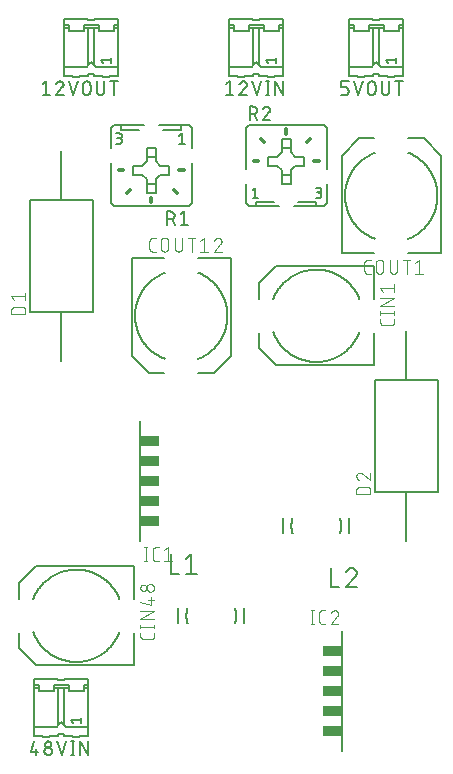
<source format=gbr>
G04 EAGLE Gerber RS-274X export*
G75*
%MOMM*%
%FSLAX34Y34*%
%LPD*%
%INSilkscreen Top*%
%IPPOS*%
%AMOC8*
5,1,8,0,0,1.08239X$1,22.5*%
G01*
%ADD10C,0.152400*%
%ADD11C,0.127000*%
%ADD12C,0.203200*%
%ADD13C,0.101600*%
%ADD14C,0.200000*%
%ADD15R,1.676400X0.965200*%
%ADD16C,0.304800*%


D10*
X238760Y571500D02*
X238760Y579120D01*
X219710Y579120D01*
X218440Y580390D01*
X215900Y582930D01*
X213360Y580390D01*
X212090Y579120D01*
X218440Y618490D02*
X218440Y619760D01*
X238760Y619760D01*
X218440Y618490D02*
X213360Y618490D01*
X213360Y619760D01*
X193040Y619760D01*
X193040Y579120D02*
X212090Y579120D01*
X193040Y579120D02*
X193040Y571500D01*
X238760Y579120D02*
X238760Y612140D01*
X238760Y614680D02*
X238760Y619760D01*
X238760Y614680D02*
X234950Y614680D01*
X193040Y614680D02*
X193040Y619760D01*
X193040Y614680D02*
X196850Y614680D01*
X193040Y612140D02*
X193040Y579120D01*
X196850Y612140D02*
X196850Y614680D01*
X196850Y609600D02*
X209550Y609600D01*
X222250Y612140D02*
X222250Y614680D01*
X234950Y614680D02*
X234950Y612140D01*
X234950Y609600D02*
X222250Y609600D01*
X222250Y614680D02*
X209550Y614680D01*
X222250Y612140D02*
X222250Y609600D01*
X209550Y612140D02*
X209550Y614680D01*
X209550Y612140D02*
X209550Y609600D01*
X209550Y612140D02*
X213360Y612140D01*
X213360Y580390D01*
X218440Y612140D02*
X222250Y612140D01*
X218440Y612140D02*
X213360Y612140D01*
X218440Y612140D02*
X218440Y580390D01*
X196850Y612140D02*
X193040Y612140D01*
X196850Y612140D02*
X196850Y609600D01*
X193040Y612140D02*
X193040Y614680D01*
X234950Y612140D02*
X238760Y612140D01*
X234950Y612140D02*
X234950Y609600D01*
X238760Y612140D02*
X238760Y614680D01*
X238760Y571500D02*
X231140Y571500D01*
X231140Y570230D01*
X226060Y570230D02*
X226060Y571500D01*
X226060Y570230D02*
X231140Y570230D01*
X205740Y570230D02*
X205740Y571500D01*
X200660Y571500D02*
X193040Y571500D01*
X200660Y571500D02*
X200660Y570230D01*
X205740Y570230D01*
X213360Y571500D02*
X213360Y572770D01*
X213360Y571500D02*
X205740Y571500D01*
X213360Y572770D02*
X218440Y572770D01*
X218440Y571500D01*
X226060Y571500D01*
D11*
X226074Y582069D02*
X224155Y584468D01*
X232791Y584468D01*
X232791Y582069D02*
X232791Y586867D01*
X193421Y566801D02*
X190246Y564261D01*
X193421Y566801D02*
X193421Y555371D01*
X190246Y555371D02*
X196596Y555371D01*
X208027Y563944D02*
X208025Y564048D01*
X208019Y564153D01*
X208010Y564257D01*
X207997Y564360D01*
X207979Y564463D01*
X207959Y564565D01*
X207934Y564667D01*
X207906Y564767D01*
X207874Y564867D01*
X207838Y564965D01*
X207799Y565062D01*
X207757Y565157D01*
X207711Y565251D01*
X207661Y565343D01*
X207609Y565433D01*
X207553Y565521D01*
X207493Y565607D01*
X207431Y565691D01*
X207366Y565772D01*
X207298Y565851D01*
X207226Y565928D01*
X207153Y566001D01*
X207076Y566073D01*
X206997Y566141D01*
X206916Y566206D01*
X206832Y566268D01*
X206746Y566328D01*
X206658Y566384D01*
X206568Y566436D01*
X206476Y566486D01*
X206382Y566532D01*
X206287Y566574D01*
X206190Y566613D01*
X206092Y566649D01*
X205992Y566681D01*
X205892Y566709D01*
X205790Y566734D01*
X205688Y566754D01*
X205585Y566772D01*
X205482Y566785D01*
X205378Y566794D01*
X205273Y566800D01*
X205169Y566802D01*
X205169Y566801D02*
X205051Y566799D01*
X204932Y566793D01*
X204814Y566784D01*
X204697Y566771D01*
X204580Y566753D01*
X204463Y566733D01*
X204347Y566708D01*
X204232Y566680D01*
X204119Y566647D01*
X204006Y566612D01*
X203894Y566572D01*
X203784Y566530D01*
X203675Y566483D01*
X203567Y566433D01*
X203462Y566380D01*
X203358Y566323D01*
X203256Y566263D01*
X203156Y566200D01*
X203058Y566133D01*
X202962Y566064D01*
X202869Y565991D01*
X202778Y565915D01*
X202689Y565837D01*
X202603Y565755D01*
X202520Y565671D01*
X202439Y565585D01*
X202362Y565495D01*
X202287Y565404D01*
X202215Y565310D01*
X202146Y565213D01*
X202081Y565115D01*
X202018Y565014D01*
X201959Y564911D01*
X201903Y564807D01*
X201851Y564701D01*
X201802Y564593D01*
X201757Y564484D01*
X201715Y564373D01*
X201677Y564261D01*
X207074Y561722D02*
X207150Y561797D01*
X207225Y561876D01*
X207296Y561957D01*
X207365Y562041D01*
X207430Y562127D01*
X207492Y562215D01*
X207552Y562305D01*
X207608Y562397D01*
X207661Y562492D01*
X207710Y562588D01*
X207756Y562686D01*
X207799Y562785D01*
X207838Y562886D01*
X207873Y562988D01*
X207905Y563091D01*
X207933Y563195D01*
X207958Y563300D01*
X207979Y563407D01*
X207996Y563513D01*
X208009Y563620D01*
X208018Y563728D01*
X208024Y563836D01*
X208026Y563944D01*
X207074Y561721D02*
X201676Y555371D01*
X208026Y555371D01*
X216281Y555371D02*
X212471Y566801D01*
X220091Y566801D02*
X216281Y555371D01*
X225425Y555371D02*
X225425Y566801D01*
X224155Y555371D02*
X226695Y555371D01*
X226695Y566801D02*
X224155Y566801D01*
X231775Y566801D02*
X231775Y555371D01*
X238125Y555371D02*
X231775Y566801D01*
X238125Y566801D02*
X238125Y555371D01*
D10*
X99060Y571500D02*
X99060Y579120D01*
X80010Y579120D01*
X78740Y580390D01*
X76200Y582930D01*
X73660Y580390D01*
X72390Y579120D01*
X78740Y618490D02*
X78740Y619760D01*
X99060Y619760D01*
X78740Y618490D02*
X73660Y618490D01*
X73660Y619760D01*
X53340Y619760D01*
X53340Y579120D02*
X72390Y579120D01*
X53340Y579120D02*
X53340Y571500D01*
X99060Y579120D02*
X99060Y612140D01*
X99060Y614680D02*
X99060Y619760D01*
X99060Y614680D02*
X95250Y614680D01*
X53340Y614680D02*
X53340Y619760D01*
X53340Y614680D02*
X57150Y614680D01*
X53340Y612140D02*
X53340Y579120D01*
X57150Y612140D02*
X57150Y614680D01*
X57150Y609600D02*
X69850Y609600D01*
X82550Y612140D02*
X82550Y614680D01*
X95250Y614680D02*
X95250Y612140D01*
X95250Y609600D02*
X82550Y609600D01*
X82550Y614680D02*
X69850Y614680D01*
X82550Y612140D02*
X82550Y609600D01*
X69850Y612140D02*
X69850Y614680D01*
X69850Y612140D02*
X69850Y609600D01*
X69850Y612140D02*
X73660Y612140D01*
X73660Y580390D01*
X78740Y612140D02*
X82550Y612140D01*
X78740Y612140D02*
X73660Y612140D01*
X78740Y612140D02*
X78740Y580390D01*
X57150Y612140D02*
X53340Y612140D01*
X57150Y612140D02*
X57150Y609600D01*
X53340Y612140D02*
X53340Y614680D01*
X95250Y612140D02*
X99060Y612140D01*
X95250Y612140D02*
X95250Y609600D01*
X99060Y612140D02*
X99060Y614680D01*
X99060Y571500D02*
X91440Y571500D01*
X91440Y570230D01*
X86360Y570230D02*
X86360Y571500D01*
X86360Y570230D02*
X91440Y570230D01*
X66040Y570230D02*
X66040Y571500D01*
X60960Y571500D02*
X53340Y571500D01*
X60960Y571500D02*
X60960Y570230D01*
X66040Y570230D01*
X73660Y571500D02*
X73660Y572770D01*
X73660Y571500D02*
X66040Y571500D01*
X73660Y572770D02*
X78740Y572770D01*
X78740Y571500D01*
X86360Y571500D01*
D11*
X86374Y582069D02*
X84455Y584468D01*
X93091Y584468D01*
X93091Y582069D02*
X93091Y586867D01*
X38100Y566801D02*
X34925Y564261D01*
X38100Y566801D02*
X38100Y555371D01*
X34925Y555371D02*
X41275Y555371D01*
X52706Y563944D02*
X52704Y564048D01*
X52698Y564153D01*
X52689Y564257D01*
X52676Y564360D01*
X52658Y564463D01*
X52638Y564565D01*
X52613Y564667D01*
X52585Y564767D01*
X52553Y564867D01*
X52517Y564965D01*
X52478Y565062D01*
X52436Y565157D01*
X52390Y565251D01*
X52340Y565343D01*
X52288Y565433D01*
X52232Y565521D01*
X52172Y565607D01*
X52110Y565691D01*
X52045Y565772D01*
X51977Y565851D01*
X51905Y565928D01*
X51832Y566001D01*
X51755Y566073D01*
X51676Y566141D01*
X51595Y566206D01*
X51511Y566268D01*
X51425Y566328D01*
X51337Y566384D01*
X51247Y566436D01*
X51155Y566486D01*
X51061Y566532D01*
X50966Y566574D01*
X50869Y566613D01*
X50771Y566649D01*
X50671Y566681D01*
X50571Y566709D01*
X50469Y566734D01*
X50367Y566754D01*
X50264Y566772D01*
X50161Y566785D01*
X50057Y566794D01*
X49952Y566800D01*
X49848Y566802D01*
X49848Y566801D02*
X49730Y566799D01*
X49611Y566793D01*
X49493Y566784D01*
X49376Y566771D01*
X49259Y566753D01*
X49142Y566733D01*
X49026Y566708D01*
X48911Y566680D01*
X48798Y566647D01*
X48685Y566612D01*
X48573Y566572D01*
X48463Y566530D01*
X48354Y566483D01*
X48246Y566433D01*
X48141Y566380D01*
X48037Y566323D01*
X47935Y566263D01*
X47835Y566200D01*
X47737Y566133D01*
X47641Y566064D01*
X47548Y565991D01*
X47457Y565915D01*
X47368Y565837D01*
X47282Y565755D01*
X47199Y565671D01*
X47118Y565585D01*
X47041Y565495D01*
X46966Y565404D01*
X46894Y565310D01*
X46825Y565213D01*
X46760Y565115D01*
X46697Y565014D01*
X46638Y564911D01*
X46582Y564807D01*
X46530Y564701D01*
X46481Y564593D01*
X46436Y564484D01*
X46394Y564373D01*
X46356Y564261D01*
X51753Y561722D02*
X51829Y561797D01*
X51904Y561876D01*
X51975Y561957D01*
X52044Y562041D01*
X52109Y562127D01*
X52171Y562215D01*
X52231Y562305D01*
X52287Y562397D01*
X52340Y562492D01*
X52389Y562588D01*
X52435Y562686D01*
X52478Y562785D01*
X52517Y562886D01*
X52552Y562988D01*
X52584Y563091D01*
X52612Y563195D01*
X52637Y563300D01*
X52658Y563407D01*
X52675Y563513D01*
X52688Y563620D01*
X52697Y563728D01*
X52703Y563836D01*
X52705Y563944D01*
X51753Y561721D02*
X46355Y555371D01*
X52705Y555371D01*
X60960Y555371D02*
X57150Y566801D01*
X64770Y566801D02*
X60960Y555371D01*
X69215Y558546D02*
X69215Y563626D01*
X69217Y563737D01*
X69223Y563847D01*
X69232Y563958D01*
X69246Y564068D01*
X69263Y564177D01*
X69284Y564286D01*
X69309Y564394D01*
X69338Y564501D01*
X69370Y564607D01*
X69406Y564712D01*
X69446Y564815D01*
X69489Y564917D01*
X69536Y565018D01*
X69587Y565117D01*
X69640Y565214D01*
X69697Y565308D01*
X69758Y565401D01*
X69821Y565492D01*
X69888Y565581D01*
X69958Y565667D01*
X70031Y565750D01*
X70106Y565832D01*
X70184Y565910D01*
X70266Y565985D01*
X70349Y566058D01*
X70435Y566128D01*
X70524Y566195D01*
X70615Y566258D01*
X70708Y566319D01*
X70803Y566376D01*
X70899Y566429D01*
X70998Y566480D01*
X71099Y566527D01*
X71201Y566570D01*
X71304Y566610D01*
X71409Y566646D01*
X71515Y566678D01*
X71622Y566707D01*
X71730Y566732D01*
X71839Y566753D01*
X71948Y566770D01*
X72058Y566784D01*
X72169Y566793D01*
X72279Y566799D01*
X72390Y566801D01*
X72501Y566799D01*
X72611Y566793D01*
X72722Y566784D01*
X72832Y566770D01*
X72941Y566753D01*
X73050Y566732D01*
X73158Y566707D01*
X73265Y566678D01*
X73371Y566646D01*
X73476Y566610D01*
X73579Y566570D01*
X73681Y566527D01*
X73782Y566480D01*
X73881Y566429D01*
X73978Y566376D01*
X74072Y566319D01*
X74165Y566258D01*
X74256Y566195D01*
X74345Y566128D01*
X74431Y566058D01*
X74514Y565985D01*
X74596Y565910D01*
X74674Y565832D01*
X74749Y565750D01*
X74822Y565667D01*
X74892Y565581D01*
X74959Y565492D01*
X75022Y565401D01*
X75083Y565308D01*
X75140Y565214D01*
X75193Y565117D01*
X75244Y565018D01*
X75291Y564917D01*
X75334Y564815D01*
X75374Y564712D01*
X75410Y564607D01*
X75442Y564501D01*
X75471Y564394D01*
X75496Y564286D01*
X75517Y564177D01*
X75534Y564068D01*
X75548Y563958D01*
X75557Y563847D01*
X75563Y563737D01*
X75565Y563626D01*
X75565Y558546D01*
X75563Y558435D01*
X75557Y558325D01*
X75548Y558214D01*
X75534Y558104D01*
X75517Y557995D01*
X75496Y557886D01*
X75471Y557778D01*
X75442Y557671D01*
X75410Y557565D01*
X75374Y557460D01*
X75334Y557357D01*
X75291Y557255D01*
X75244Y557154D01*
X75193Y557055D01*
X75140Y556959D01*
X75083Y556864D01*
X75022Y556771D01*
X74959Y556680D01*
X74892Y556591D01*
X74822Y556505D01*
X74749Y556422D01*
X74674Y556340D01*
X74596Y556262D01*
X74514Y556187D01*
X74431Y556114D01*
X74345Y556044D01*
X74256Y555977D01*
X74165Y555914D01*
X74072Y555853D01*
X73977Y555796D01*
X73881Y555743D01*
X73782Y555692D01*
X73681Y555645D01*
X73579Y555602D01*
X73476Y555562D01*
X73371Y555526D01*
X73265Y555494D01*
X73158Y555465D01*
X73050Y555440D01*
X72941Y555419D01*
X72832Y555402D01*
X72722Y555388D01*
X72611Y555379D01*
X72501Y555373D01*
X72390Y555371D01*
X72279Y555373D01*
X72169Y555379D01*
X72058Y555388D01*
X71948Y555402D01*
X71839Y555419D01*
X71730Y555440D01*
X71622Y555465D01*
X71515Y555494D01*
X71409Y555526D01*
X71304Y555562D01*
X71201Y555602D01*
X71099Y555645D01*
X70998Y555692D01*
X70899Y555743D01*
X70803Y555796D01*
X70708Y555853D01*
X70615Y555914D01*
X70524Y555977D01*
X70435Y556044D01*
X70349Y556114D01*
X70266Y556187D01*
X70184Y556262D01*
X70106Y556340D01*
X70031Y556422D01*
X69958Y556505D01*
X69888Y556591D01*
X69821Y556680D01*
X69758Y556771D01*
X69697Y556864D01*
X69640Y556959D01*
X69587Y557055D01*
X69536Y557154D01*
X69489Y557255D01*
X69446Y557357D01*
X69406Y557460D01*
X69370Y557565D01*
X69338Y557671D01*
X69309Y557778D01*
X69284Y557886D01*
X69263Y557995D01*
X69246Y558104D01*
X69232Y558214D01*
X69223Y558325D01*
X69217Y558435D01*
X69215Y558546D01*
X81026Y558546D02*
X81026Y566801D01*
X81026Y558546D02*
X81028Y558435D01*
X81034Y558325D01*
X81043Y558214D01*
X81057Y558104D01*
X81074Y557995D01*
X81095Y557886D01*
X81120Y557778D01*
X81149Y557671D01*
X81181Y557565D01*
X81217Y557460D01*
X81257Y557357D01*
X81300Y557255D01*
X81347Y557154D01*
X81398Y557055D01*
X81451Y556959D01*
X81508Y556864D01*
X81569Y556771D01*
X81632Y556680D01*
X81699Y556591D01*
X81769Y556505D01*
X81842Y556422D01*
X81917Y556340D01*
X81995Y556262D01*
X82077Y556187D01*
X82160Y556114D01*
X82246Y556044D01*
X82335Y555977D01*
X82426Y555914D01*
X82519Y555853D01*
X82614Y555796D01*
X82710Y555743D01*
X82809Y555692D01*
X82910Y555645D01*
X83012Y555602D01*
X83115Y555562D01*
X83220Y555526D01*
X83326Y555494D01*
X83433Y555465D01*
X83541Y555440D01*
X83650Y555419D01*
X83759Y555402D01*
X83869Y555388D01*
X83980Y555379D01*
X84090Y555373D01*
X84201Y555371D01*
X84312Y555373D01*
X84422Y555379D01*
X84533Y555388D01*
X84643Y555402D01*
X84752Y555419D01*
X84861Y555440D01*
X84969Y555465D01*
X85076Y555494D01*
X85182Y555526D01*
X85287Y555562D01*
X85390Y555602D01*
X85492Y555645D01*
X85593Y555692D01*
X85692Y555743D01*
X85788Y555796D01*
X85883Y555853D01*
X85976Y555914D01*
X86067Y555977D01*
X86156Y556044D01*
X86242Y556114D01*
X86325Y556187D01*
X86407Y556262D01*
X86485Y556340D01*
X86560Y556422D01*
X86633Y556505D01*
X86703Y556591D01*
X86770Y556680D01*
X86833Y556771D01*
X86894Y556864D01*
X86951Y556959D01*
X87004Y557055D01*
X87055Y557154D01*
X87102Y557255D01*
X87145Y557357D01*
X87185Y557460D01*
X87221Y557565D01*
X87253Y557671D01*
X87282Y557778D01*
X87307Y557886D01*
X87328Y557995D01*
X87345Y558104D01*
X87359Y558214D01*
X87368Y558325D01*
X87374Y558435D01*
X87376Y558546D01*
X87376Y566801D01*
X95250Y566801D02*
X95250Y555371D01*
X92075Y566801D02*
X98425Y566801D01*
D10*
X73660Y20320D02*
X73660Y12700D01*
X73660Y20320D02*
X54610Y20320D01*
X53340Y21590D01*
X50800Y24130D01*
X48260Y21590D01*
X46990Y20320D01*
X53340Y59690D02*
X53340Y60960D01*
X73660Y60960D01*
X53340Y59690D02*
X48260Y59690D01*
X48260Y60960D01*
X27940Y60960D01*
X27940Y20320D02*
X46990Y20320D01*
X27940Y20320D02*
X27940Y12700D01*
X73660Y20320D02*
X73660Y53340D01*
X73660Y55880D02*
X73660Y60960D01*
X73660Y55880D02*
X69850Y55880D01*
X27940Y55880D02*
X27940Y60960D01*
X27940Y55880D02*
X31750Y55880D01*
X27940Y53340D02*
X27940Y20320D01*
X31750Y53340D02*
X31750Y55880D01*
X31750Y50800D02*
X44450Y50800D01*
X57150Y53340D02*
X57150Y55880D01*
X69850Y55880D02*
X69850Y53340D01*
X69850Y50800D02*
X57150Y50800D01*
X57150Y55880D02*
X44450Y55880D01*
X57150Y53340D02*
X57150Y50800D01*
X44450Y53340D02*
X44450Y55880D01*
X44450Y53340D02*
X44450Y50800D01*
X44450Y53340D02*
X48260Y53340D01*
X48260Y21590D01*
X53340Y53340D02*
X57150Y53340D01*
X53340Y53340D02*
X48260Y53340D01*
X53340Y53340D02*
X53340Y21590D01*
X31750Y53340D02*
X27940Y53340D01*
X31750Y53340D02*
X31750Y50800D01*
X27940Y53340D02*
X27940Y55880D01*
X69850Y53340D02*
X73660Y53340D01*
X69850Y53340D02*
X69850Y50800D01*
X73660Y53340D02*
X73660Y55880D01*
X73660Y12700D02*
X66040Y12700D01*
X66040Y11430D01*
X60960Y11430D02*
X60960Y12700D01*
X60960Y11430D02*
X66040Y11430D01*
X40640Y11430D02*
X40640Y12700D01*
X35560Y12700D02*
X27940Y12700D01*
X35560Y12700D02*
X35560Y11430D01*
X40640Y11430D01*
X48260Y12700D02*
X48260Y13970D01*
X48260Y12700D02*
X40640Y12700D01*
X48260Y13970D02*
X53340Y13970D01*
X53340Y12700D01*
X60960Y12700D01*
D11*
X60974Y23269D02*
X59055Y25668D01*
X67691Y25668D01*
X67691Y23269D02*
X67691Y28067D01*
X27686Y8001D02*
X25146Y-889D01*
X31496Y-889D01*
X29591Y1651D02*
X29591Y-3429D01*
X36576Y-254D02*
X36578Y-143D01*
X36584Y-33D01*
X36593Y78D01*
X36607Y188D01*
X36624Y297D01*
X36645Y406D01*
X36670Y514D01*
X36699Y621D01*
X36731Y727D01*
X36767Y832D01*
X36807Y935D01*
X36850Y1037D01*
X36897Y1138D01*
X36948Y1237D01*
X37001Y1333D01*
X37058Y1428D01*
X37119Y1521D01*
X37182Y1612D01*
X37249Y1701D01*
X37319Y1787D01*
X37392Y1870D01*
X37467Y1952D01*
X37545Y2030D01*
X37627Y2105D01*
X37710Y2178D01*
X37796Y2248D01*
X37885Y2315D01*
X37976Y2378D01*
X38069Y2439D01*
X38163Y2496D01*
X38260Y2549D01*
X38359Y2600D01*
X38460Y2647D01*
X38562Y2690D01*
X38665Y2730D01*
X38770Y2766D01*
X38876Y2798D01*
X38983Y2827D01*
X39091Y2852D01*
X39200Y2873D01*
X39309Y2890D01*
X39419Y2904D01*
X39530Y2913D01*
X39640Y2919D01*
X39751Y2921D01*
X39862Y2919D01*
X39972Y2913D01*
X40083Y2904D01*
X40193Y2890D01*
X40302Y2873D01*
X40411Y2852D01*
X40519Y2827D01*
X40626Y2798D01*
X40732Y2766D01*
X40837Y2730D01*
X40940Y2690D01*
X41042Y2647D01*
X41143Y2600D01*
X41242Y2549D01*
X41339Y2496D01*
X41433Y2439D01*
X41526Y2378D01*
X41617Y2315D01*
X41706Y2248D01*
X41792Y2178D01*
X41875Y2105D01*
X41957Y2030D01*
X42035Y1952D01*
X42110Y1870D01*
X42183Y1787D01*
X42253Y1701D01*
X42320Y1612D01*
X42383Y1521D01*
X42444Y1428D01*
X42501Y1333D01*
X42554Y1237D01*
X42605Y1138D01*
X42652Y1037D01*
X42695Y935D01*
X42735Y832D01*
X42771Y727D01*
X42803Y621D01*
X42832Y514D01*
X42857Y406D01*
X42878Y297D01*
X42895Y188D01*
X42909Y78D01*
X42918Y-33D01*
X42924Y-143D01*
X42926Y-254D01*
X42924Y-365D01*
X42918Y-475D01*
X42909Y-586D01*
X42895Y-696D01*
X42878Y-805D01*
X42857Y-914D01*
X42832Y-1022D01*
X42803Y-1129D01*
X42771Y-1235D01*
X42735Y-1340D01*
X42695Y-1443D01*
X42652Y-1545D01*
X42605Y-1646D01*
X42554Y-1745D01*
X42501Y-1842D01*
X42444Y-1936D01*
X42383Y-2029D01*
X42320Y-2120D01*
X42253Y-2209D01*
X42183Y-2295D01*
X42110Y-2378D01*
X42035Y-2460D01*
X41957Y-2538D01*
X41875Y-2613D01*
X41792Y-2686D01*
X41706Y-2756D01*
X41617Y-2823D01*
X41526Y-2886D01*
X41433Y-2947D01*
X41338Y-3004D01*
X41242Y-3057D01*
X41143Y-3108D01*
X41042Y-3155D01*
X40940Y-3198D01*
X40837Y-3238D01*
X40732Y-3274D01*
X40626Y-3306D01*
X40519Y-3335D01*
X40411Y-3360D01*
X40302Y-3381D01*
X40193Y-3398D01*
X40083Y-3412D01*
X39972Y-3421D01*
X39862Y-3427D01*
X39751Y-3429D01*
X39640Y-3427D01*
X39530Y-3421D01*
X39419Y-3412D01*
X39309Y-3398D01*
X39200Y-3381D01*
X39091Y-3360D01*
X38983Y-3335D01*
X38876Y-3306D01*
X38770Y-3274D01*
X38665Y-3238D01*
X38562Y-3198D01*
X38460Y-3155D01*
X38359Y-3108D01*
X38260Y-3057D01*
X38164Y-3004D01*
X38069Y-2947D01*
X37976Y-2886D01*
X37885Y-2823D01*
X37796Y-2756D01*
X37710Y-2686D01*
X37627Y-2613D01*
X37545Y-2538D01*
X37467Y-2460D01*
X37392Y-2378D01*
X37319Y-2295D01*
X37249Y-2209D01*
X37182Y-2120D01*
X37119Y-2029D01*
X37058Y-1936D01*
X37001Y-1842D01*
X36948Y-1745D01*
X36897Y-1646D01*
X36850Y-1545D01*
X36807Y-1443D01*
X36767Y-1340D01*
X36731Y-1235D01*
X36699Y-1129D01*
X36670Y-1022D01*
X36645Y-914D01*
X36624Y-805D01*
X36607Y-696D01*
X36593Y-586D01*
X36584Y-475D01*
X36578Y-365D01*
X36576Y-254D01*
X37211Y5461D02*
X37213Y5561D01*
X37219Y5660D01*
X37229Y5760D01*
X37242Y5858D01*
X37260Y5957D01*
X37281Y6054D01*
X37306Y6150D01*
X37335Y6246D01*
X37368Y6340D01*
X37404Y6433D01*
X37444Y6524D01*
X37488Y6614D01*
X37535Y6702D01*
X37585Y6788D01*
X37639Y6872D01*
X37696Y6954D01*
X37756Y7033D01*
X37820Y7111D01*
X37886Y7185D01*
X37955Y7257D01*
X38027Y7326D01*
X38101Y7392D01*
X38179Y7456D01*
X38258Y7516D01*
X38340Y7573D01*
X38424Y7627D01*
X38510Y7677D01*
X38598Y7724D01*
X38688Y7768D01*
X38779Y7808D01*
X38872Y7844D01*
X38966Y7877D01*
X39062Y7906D01*
X39158Y7931D01*
X39255Y7952D01*
X39354Y7970D01*
X39452Y7983D01*
X39552Y7993D01*
X39651Y7999D01*
X39751Y8001D01*
X39851Y7999D01*
X39950Y7993D01*
X40050Y7983D01*
X40148Y7970D01*
X40247Y7952D01*
X40344Y7931D01*
X40440Y7906D01*
X40536Y7877D01*
X40630Y7844D01*
X40723Y7808D01*
X40814Y7768D01*
X40904Y7724D01*
X40992Y7677D01*
X41078Y7627D01*
X41162Y7573D01*
X41244Y7516D01*
X41323Y7456D01*
X41401Y7392D01*
X41475Y7326D01*
X41547Y7257D01*
X41616Y7185D01*
X41682Y7111D01*
X41746Y7033D01*
X41806Y6954D01*
X41863Y6872D01*
X41917Y6788D01*
X41967Y6702D01*
X42014Y6614D01*
X42058Y6524D01*
X42098Y6433D01*
X42134Y6340D01*
X42167Y6246D01*
X42196Y6150D01*
X42221Y6054D01*
X42242Y5957D01*
X42260Y5858D01*
X42273Y5760D01*
X42283Y5660D01*
X42289Y5561D01*
X42291Y5461D01*
X42289Y5361D01*
X42283Y5262D01*
X42273Y5162D01*
X42260Y5064D01*
X42242Y4965D01*
X42221Y4868D01*
X42196Y4772D01*
X42167Y4676D01*
X42134Y4582D01*
X42098Y4489D01*
X42058Y4398D01*
X42014Y4308D01*
X41967Y4220D01*
X41917Y4134D01*
X41863Y4050D01*
X41806Y3968D01*
X41746Y3889D01*
X41682Y3811D01*
X41616Y3737D01*
X41547Y3665D01*
X41475Y3596D01*
X41401Y3530D01*
X41323Y3466D01*
X41244Y3406D01*
X41162Y3349D01*
X41078Y3295D01*
X40992Y3245D01*
X40904Y3198D01*
X40814Y3154D01*
X40723Y3114D01*
X40630Y3078D01*
X40536Y3045D01*
X40440Y3016D01*
X40344Y2991D01*
X40247Y2970D01*
X40148Y2952D01*
X40050Y2939D01*
X39950Y2929D01*
X39851Y2923D01*
X39751Y2921D01*
X39651Y2923D01*
X39552Y2929D01*
X39452Y2939D01*
X39354Y2952D01*
X39255Y2970D01*
X39158Y2991D01*
X39062Y3016D01*
X38966Y3045D01*
X38872Y3078D01*
X38779Y3114D01*
X38688Y3154D01*
X38598Y3198D01*
X38510Y3245D01*
X38424Y3295D01*
X38340Y3349D01*
X38258Y3406D01*
X38179Y3466D01*
X38101Y3530D01*
X38027Y3596D01*
X37955Y3665D01*
X37886Y3737D01*
X37820Y3811D01*
X37756Y3889D01*
X37696Y3968D01*
X37639Y4050D01*
X37585Y4134D01*
X37535Y4220D01*
X37488Y4308D01*
X37444Y4398D01*
X37404Y4489D01*
X37368Y4582D01*
X37335Y4676D01*
X37306Y4772D01*
X37281Y4868D01*
X37260Y4965D01*
X37242Y5064D01*
X37229Y5162D01*
X37219Y5262D01*
X37213Y5361D01*
X37211Y5461D01*
X47371Y8001D02*
X51181Y-3429D01*
X54991Y8001D01*
X60325Y8001D02*
X60325Y-3429D01*
X59055Y-3429D02*
X61595Y-3429D01*
X61595Y8001D02*
X59055Y8001D01*
X66675Y8001D02*
X66675Y-3429D01*
X73025Y-3429D02*
X66675Y8001D01*
X73025Y8001D02*
X73025Y-3429D01*
D10*
X340360Y571500D02*
X340360Y579120D01*
X321310Y579120D01*
X320040Y580390D01*
X317500Y582930D01*
X314960Y580390D01*
X313690Y579120D01*
X320040Y618490D02*
X320040Y619760D01*
X340360Y619760D01*
X320040Y618490D02*
X314960Y618490D01*
X314960Y619760D01*
X294640Y619760D01*
X294640Y579120D02*
X313690Y579120D01*
X294640Y579120D02*
X294640Y571500D01*
X340360Y579120D02*
X340360Y612140D01*
X340360Y614680D02*
X340360Y619760D01*
X340360Y614680D02*
X336550Y614680D01*
X294640Y614680D02*
X294640Y619760D01*
X294640Y614680D02*
X298450Y614680D01*
X294640Y612140D02*
X294640Y579120D01*
X298450Y612140D02*
X298450Y614680D01*
X298450Y609600D02*
X311150Y609600D01*
X323850Y612140D02*
X323850Y614680D01*
X336550Y614680D02*
X336550Y612140D01*
X336550Y609600D02*
X323850Y609600D01*
X323850Y614680D02*
X311150Y614680D01*
X323850Y612140D02*
X323850Y609600D01*
X311150Y612140D02*
X311150Y614680D01*
X311150Y612140D02*
X311150Y609600D01*
X311150Y612140D02*
X314960Y612140D01*
X314960Y580390D01*
X320040Y612140D02*
X323850Y612140D01*
X320040Y612140D02*
X314960Y612140D01*
X320040Y612140D02*
X320040Y580390D01*
X298450Y612140D02*
X294640Y612140D01*
X298450Y612140D02*
X298450Y609600D01*
X294640Y612140D02*
X294640Y614680D01*
X336550Y612140D02*
X340360Y612140D01*
X336550Y612140D02*
X336550Y609600D01*
X340360Y612140D02*
X340360Y614680D01*
X340360Y571500D02*
X332740Y571500D01*
X332740Y570230D01*
X327660Y570230D02*
X327660Y571500D01*
X327660Y570230D02*
X332740Y570230D01*
X307340Y570230D02*
X307340Y571500D01*
X302260Y571500D02*
X294640Y571500D01*
X302260Y571500D02*
X302260Y570230D01*
X307340Y570230D01*
X314960Y571500D02*
X314960Y572770D01*
X314960Y571500D02*
X307340Y571500D01*
X314960Y572770D02*
X320040Y572770D01*
X320040Y571500D01*
X327660Y571500D01*
D11*
X327674Y582069D02*
X325755Y584468D01*
X334391Y584468D01*
X334391Y582069D02*
X334391Y586867D01*
X291465Y555371D02*
X287655Y555371D01*
X291465Y555371D02*
X291565Y555373D01*
X291664Y555379D01*
X291764Y555389D01*
X291862Y555402D01*
X291961Y555420D01*
X292058Y555441D01*
X292154Y555466D01*
X292250Y555495D01*
X292344Y555528D01*
X292437Y555564D01*
X292528Y555604D01*
X292618Y555648D01*
X292706Y555695D01*
X292792Y555745D01*
X292876Y555799D01*
X292958Y555856D01*
X293037Y555916D01*
X293115Y555980D01*
X293189Y556046D01*
X293261Y556115D01*
X293330Y556187D01*
X293396Y556261D01*
X293460Y556339D01*
X293520Y556418D01*
X293577Y556500D01*
X293631Y556584D01*
X293681Y556670D01*
X293728Y556758D01*
X293772Y556848D01*
X293812Y556939D01*
X293848Y557032D01*
X293881Y557126D01*
X293910Y557222D01*
X293935Y557318D01*
X293956Y557415D01*
X293974Y557514D01*
X293987Y557612D01*
X293997Y557712D01*
X294003Y557811D01*
X294005Y557911D01*
X294005Y559181D01*
X294003Y559281D01*
X293997Y559380D01*
X293987Y559480D01*
X293974Y559578D01*
X293956Y559677D01*
X293935Y559774D01*
X293910Y559870D01*
X293881Y559966D01*
X293848Y560060D01*
X293812Y560153D01*
X293772Y560244D01*
X293728Y560334D01*
X293681Y560422D01*
X293631Y560508D01*
X293577Y560592D01*
X293520Y560674D01*
X293460Y560753D01*
X293396Y560831D01*
X293330Y560905D01*
X293261Y560977D01*
X293189Y561046D01*
X293115Y561112D01*
X293037Y561176D01*
X292958Y561236D01*
X292876Y561293D01*
X292792Y561347D01*
X292706Y561397D01*
X292618Y561444D01*
X292528Y561488D01*
X292437Y561528D01*
X292344Y561564D01*
X292250Y561597D01*
X292154Y561626D01*
X292058Y561651D01*
X291961Y561672D01*
X291862Y561690D01*
X291764Y561703D01*
X291664Y561713D01*
X291565Y561719D01*
X291465Y561721D01*
X287655Y561721D01*
X287655Y566801D01*
X294005Y566801D01*
X298450Y566801D02*
X302260Y555371D01*
X306070Y566801D01*
X310515Y563626D02*
X310515Y558546D01*
X310515Y563626D02*
X310517Y563737D01*
X310523Y563847D01*
X310532Y563958D01*
X310546Y564068D01*
X310563Y564177D01*
X310584Y564286D01*
X310609Y564394D01*
X310638Y564501D01*
X310670Y564607D01*
X310706Y564712D01*
X310746Y564815D01*
X310789Y564917D01*
X310836Y565018D01*
X310887Y565117D01*
X310940Y565214D01*
X310997Y565308D01*
X311058Y565401D01*
X311121Y565492D01*
X311188Y565581D01*
X311258Y565667D01*
X311331Y565750D01*
X311406Y565832D01*
X311484Y565910D01*
X311566Y565985D01*
X311649Y566058D01*
X311735Y566128D01*
X311824Y566195D01*
X311915Y566258D01*
X312008Y566319D01*
X312103Y566376D01*
X312199Y566429D01*
X312298Y566480D01*
X312399Y566527D01*
X312501Y566570D01*
X312604Y566610D01*
X312709Y566646D01*
X312815Y566678D01*
X312922Y566707D01*
X313030Y566732D01*
X313139Y566753D01*
X313248Y566770D01*
X313358Y566784D01*
X313469Y566793D01*
X313579Y566799D01*
X313690Y566801D01*
X313801Y566799D01*
X313911Y566793D01*
X314022Y566784D01*
X314132Y566770D01*
X314241Y566753D01*
X314350Y566732D01*
X314458Y566707D01*
X314565Y566678D01*
X314671Y566646D01*
X314776Y566610D01*
X314879Y566570D01*
X314981Y566527D01*
X315082Y566480D01*
X315181Y566429D01*
X315278Y566376D01*
X315372Y566319D01*
X315465Y566258D01*
X315556Y566195D01*
X315645Y566128D01*
X315731Y566058D01*
X315814Y565985D01*
X315896Y565910D01*
X315974Y565832D01*
X316049Y565750D01*
X316122Y565667D01*
X316192Y565581D01*
X316259Y565492D01*
X316322Y565401D01*
X316383Y565308D01*
X316440Y565214D01*
X316493Y565117D01*
X316544Y565018D01*
X316591Y564917D01*
X316634Y564815D01*
X316674Y564712D01*
X316710Y564607D01*
X316742Y564501D01*
X316771Y564394D01*
X316796Y564286D01*
X316817Y564177D01*
X316834Y564068D01*
X316848Y563958D01*
X316857Y563847D01*
X316863Y563737D01*
X316865Y563626D01*
X316865Y558546D01*
X316863Y558435D01*
X316857Y558325D01*
X316848Y558214D01*
X316834Y558104D01*
X316817Y557995D01*
X316796Y557886D01*
X316771Y557778D01*
X316742Y557671D01*
X316710Y557565D01*
X316674Y557460D01*
X316634Y557357D01*
X316591Y557255D01*
X316544Y557154D01*
X316493Y557055D01*
X316440Y556959D01*
X316383Y556864D01*
X316322Y556771D01*
X316259Y556680D01*
X316192Y556591D01*
X316122Y556505D01*
X316049Y556422D01*
X315974Y556340D01*
X315896Y556262D01*
X315814Y556187D01*
X315731Y556114D01*
X315645Y556044D01*
X315556Y555977D01*
X315465Y555914D01*
X315372Y555853D01*
X315277Y555796D01*
X315181Y555743D01*
X315082Y555692D01*
X314981Y555645D01*
X314879Y555602D01*
X314776Y555562D01*
X314671Y555526D01*
X314565Y555494D01*
X314458Y555465D01*
X314350Y555440D01*
X314241Y555419D01*
X314132Y555402D01*
X314022Y555388D01*
X313911Y555379D01*
X313801Y555373D01*
X313690Y555371D01*
X313579Y555373D01*
X313469Y555379D01*
X313358Y555388D01*
X313248Y555402D01*
X313139Y555419D01*
X313030Y555440D01*
X312922Y555465D01*
X312815Y555494D01*
X312709Y555526D01*
X312604Y555562D01*
X312501Y555602D01*
X312399Y555645D01*
X312298Y555692D01*
X312199Y555743D01*
X312103Y555796D01*
X312008Y555853D01*
X311915Y555914D01*
X311824Y555977D01*
X311735Y556044D01*
X311649Y556114D01*
X311566Y556187D01*
X311484Y556262D01*
X311406Y556340D01*
X311331Y556422D01*
X311258Y556505D01*
X311188Y556591D01*
X311121Y556680D01*
X311058Y556771D01*
X310997Y556864D01*
X310940Y556959D01*
X310887Y557055D01*
X310836Y557154D01*
X310789Y557255D01*
X310746Y557357D01*
X310706Y557460D01*
X310670Y557565D01*
X310638Y557671D01*
X310609Y557778D01*
X310584Y557886D01*
X310563Y557995D01*
X310546Y558104D01*
X310532Y558214D01*
X310523Y558325D01*
X310517Y558435D01*
X310515Y558546D01*
X322326Y558546D02*
X322326Y566801D01*
X322326Y558546D02*
X322328Y558435D01*
X322334Y558325D01*
X322343Y558214D01*
X322357Y558104D01*
X322374Y557995D01*
X322395Y557886D01*
X322420Y557778D01*
X322449Y557671D01*
X322481Y557565D01*
X322517Y557460D01*
X322557Y557357D01*
X322600Y557255D01*
X322647Y557154D01*
X322698Y557055D01*
X322751Y556959D01*
X322808Y556864D01*
X322869Y556771D01*
X322932Y556680D01*
X322999Y556591D01*
X323069Y556505D01*
X323142Y556422D01*
X323217Y556340D01*
X323295Y556262D01*
X323377Y556187D01*
X323460Y556114D01*
X323546Y556044D01*
X323635Y555977D01*
X323726Y555914D01*
X323819Y555853D01*
X323914Y555796D01*
X324010Y555743D01*
X324109Y555692D01*
X324210Y555645D01*
X324312Y555602D01*
X324415Y555562D01*
X324520Y555526D01*
X324626Y555494D01*
X324733Y555465D01*
X324841Y555440D01*
X324950Y555419D01*
X325059Y555402D01*
X325169Y555388D01*
X325280Y555379D01*
X325390Y555373D01*
X325501Y555371D01*
X325612Y555373D01*
X325722Y555379D01*
X325833Y555388D01*
X325943Y555402D01*
X326052Y555419D01*
X326161Y555440D01*
X326269Y555465D01*
X326376Y555494D01*
X326482Y555526D01*
X326587Y555562D01*
X326690Y555602D01*
X326792Y555645D01*
X326893Y555692D01*
X326992Y555743D01*
X327088Y555796D01*
X327183Y555853D01*
X327276Y555914D01*
X327367Y555977D01*
X327456Y556044D01*
X327542Y556114D01*
X327625Y556187D01*
X327707Y556262D01*
X327785Y556340D01*
X327860Y556422D01*
X327933Y556505D01*
X328003Y556591D01*
X328070Y556680D01*
X328133Y556771D01*
X328194Y556864D01*
X328251Y556959D01*
X328304Y557055D01*
X328355Y557154D01*
X328402Y557255D01*
X328445Y557357D01*
X328485Y557460D01*
X328521Y557565D01*
X328553Y557671D01*
X328582Y557778D01*
X328607Y557886D01*
X328628Y557995D01*
X328645Y558104D01*
X328659Y558214D01*
X328668Y558325D01*
X328674Y558435D01*
X328676Y558546D01*
X328676Y566801D01*
X336550Y566801D02*
X336550Y555371D01*
X333375Y566801D02*
X339725Y566801D01*
D12*
X315200Y326300D02*
X232700Y326300D01*
X218200Y340800D02*
X218200Y353800D01*
X218200Y382800D02*
X218200Y395800D01*
X232700Y410300D02*
X315200Y410300D01*
X315200Y382800D01*
X315200Y353800D02*
X315200Y326300D01*
X232700Y326300D02*
X218200Y340800D01*
X218200Y395800D02*
X232700Y410300D01*
X230200Y354300D02*
X230551Y353416D01*
X230924Y352541D01*
X231318Y351675D01*
X231733Y350819D01*
X232169Y349973D01*
X232625Y349139D01*
X233101Y348315D01*
X233598Y347504D01*
X234113Y346704D01*
X234648Y345918D01*
X235203Y345145D01*
X235775Y344385D01*
X236366Y343640D01*
X236975Y342909D01*
X237602Y342193D01*
X238246Y341493D01*
X238907Y340808D01*
X239584Y340140D01*
X240277Y339489D01*
X240986Y338855D01*
X241710Y338238D01*
X242449Y337638D01*
X243202Y337057D01*
X243969Y336495D01*
X244750Y335951D01*
X245543Y335427D01*
X246349Y334922D01*
X247168Y334436D01*
X247997Y333971D01*
X248838Y333526D01*
X249689Y333102D01*
X250551Y332698D01*
X251422Y332316D01*
X252302Y331955D01*
X253191Y331615D01*
X254087Y331298D01*
X254991Y331002D01*
X255902Y330728D01*
X256820Y330476D01*
X257743Y330247D01*
X258672Y330040D01*
X259605Y329856D01*
X260542Y329695D01*
X261483Y329557D01*
X262428Y329441D01*
X263374Y329349D01*
X264323Y329279D01*
X265273Y329233D01*
X266224Y329210D01*
X267176Y329210D01*
X268127Y329233D01*
X269077Y329279D01*
X270026Y329349D01*
X270972Y329441D01*
X271917Y329557D01*
X272858Y329695D01*
X273795Y329856D01*
X274728Y330040D01*
X275657Y330247D01*
X276580Y330476D01*
X277498Y330728D01*
X278409Y331002D01*
X279313Y331298D01*
X280209Y331615D01*
X281098Y331955D01*
X281978Y332316D01*
X282849Y332698D01*
X283711Y333102D01*
X284562Y333526D01*
X285403Y333971D01*
X286232Y334436D01*
X287051Y334922D01*
X287857Y335427D01*
X288650Y335951D01*
X289431Y336495D01*
X290198Y337057D01*
X290951Y337638D01*
X291690Y338238D01*
X292414Y338855D01*
X293123Y339489D01*
X293816Y340140D01*
X294493Y340808D01*
X295154Y341493D01*
X295798Y342193D01*
X296425Y342909D01*
X297034Y343640D01*
X297625Y344385D01*
X298197Y345145D01*
X298752Y345918D01*
X299287Y346704D01*
X299802Y347504D01*
X300299Y348315D01*
X300775Y349139D01*
X301231Y349973D01*
X301667Y350819D01*
X302082Y351675D01*
X302476Y352541D01*
X302849Y353416D01*
X303200Y354300D01*
X303200Y382300D02*
X302849Y383184D01*
X302476Y384059D01*
X302082Y384925D01*
X301667Y385781D01*
X301231Y386627D01*
X300775Y387461D01*
X300299Y388285D01*
X299802Y389096D01*
X299287Y389896D01*
X298752Y390682D01*
X298197Y391455D01*
X297625Y392215D01*
X297034Y392960D01*
X296425Y393691D01*
X295798Y394407D01*
X295154Y395107D01*
X294493Y395792D01*
X293816Y396460D01*
X293123Y397111D01*
X292414Y397745D01*
X291690Y398362D01*
X290951Y398962D01*
X290198Y399543D01*
X289431Y400105D01*
X288650Y400649D01*
X287857Y401173D01*
X287051Y401678D01*
X286232Y402164D01*
X285403Y402629D01*
X284562Y403074D01*
X283711Y403498D01*
X282849Y403902D01*
X281978Y404284D01*
X281098Y404645D01*
X280209Y404985D01*
X279313Y405302D01*
X278409Y405598D01*
X277498Y405872D01*
X276580Y406124D01*
X275657Y406353D01*
X274728Y406560D01*
X273795Y406744D01*
X272858Y406905D01*
X271917Y407043D01*
X270972Y407159D01*
X270026Y407251D01*
X269077Y407321D01*
X268127Y407367D01*
X267176Y407390D01*
X266224Y407390D01*
X265273Y407367D01*
X264323Y407321D01*
X263374Y407251D01*
X262428Y407159D01*
X261483Y407043D01*
X260542Y406905D01*
X259605Y406744D01*
X258672Y406560D01*
X257743Y406353D01*
X256820Y406124D01*
X255902Y405872D01*
X254991Y405598D01*
X254087Y405302D01*
X253191Y404985D01*
X252302Y404645D01*
X251422Y404284D01*
X250551Y403902D01*
X249689Y403498D01*
X248838Y403074D01*
X247997Y402629D01*
X247168Y402164D01*
X246349Y401678D01*
X245543Y401173D01*
X244750Y400649D01*
X243969Y400105D01*
X243202Y399543D01*
X242449Y398962D01*
X241710Y398362D01*
X240986Y397745D01*
X240277Y397111D01*
X239584Y396460D01*
X238907Y395792D01*
X238246Y395107D01*
X237602Y394407D01*
X236975Y393691D01*
X236366Y392960D01*
X235775Y392215D01*
X235203Y391455D01*
X234648Y390682D01*
X234113Y389896D01*
X233598Y389096D01*
X233101Y388285D01*
X232625Y387461D01*
X232169Y386627D01*
X231733Y385781D01*
X231318Y384925D01*
X230924Y384059D01*
X230551Y383184D01*
X230200Y382300D01*
D13*
X332692Y365286D02*
X332692Y362689D01*
X332690Y362590D01*
X332684Y362490D01*
X332675Y362391D01*
X332662Y362293D01*
X332645Y362195D01*
X332624Y362097D01*
X332599Y362001D01*
X332571Y361906D01*
X332539Y361812D01*
X332504Y361719D01*
X332465Y361627D01*
X332422Y361537D01*
X332377Y361449D01*
X332327Y361362D01*
X332275Y361278D01*
X332219Y361195D01*
X332161Y361115D01*
X332099Y361037D01*
X332034Y360962D01*
X331966Y360889D01*
X331896Y360819D01*
X331823Y360751D01*
X331748Y360686D01*
X331670Y360624D01*
X331590Y360566D01*
X331507Y360510D01*
X331423Y360458D01*
X331336Y360408D01*
X331248Y360363D01*
X331158Y360320D01*
X331066Y360281D01*
X330973Y360246D01*
X330879Y360214D01*
X330784Y360186D01*
X330688Y360161D01*
X330590Y360140D01*
X330492Y360123D01*
X330394Y360110D01*
X330295Y360101D01*
X330195Y360095D01*
X330096Y360093D01*
X323604Y360093D01*
X323604Y360092D02*
X323505Y360094D01*
X323405Y360100D01*
X323306Y360109D01*
X323208Y360122D01*
X323110Y360140D01*
X323012Y360160D01*
X322916Y360185D01*
X322820Y360213D01*
X322726Y360245D01*
X322633Y360280D01*
X322542Y360319D01*
X322452Y360362D01*
X322363Y360407D01*
X322277Y360457D01*
X322192Y360509D01*
X322110Y360565D01*
X322030Y360624D01*
X321952Y360685D01*
X321876Y360750D01*
X321803Y360818D01*
X321733Y360888D01*
X321665Y360961D01*
X321600Y361037D01*
X321539Y361115D01*
X321480Y361195D01*
X321424Y361277D01*
X321372Y361362D01*
X321323Y361448D01*
X321277Y361537D01*
X321234Y361627D01*
X321195Y361718D01*
X321160Y361811D01*
X321128Y361905D01*
X321100Y362001D01*
X321075Y362097D01*
X321055Y362195D01*
X321037Y362293D01*
X321024Y362391D01*
X321015Y362490D01*
X321009Y362589D01*
X321007Y362689D01*
X321008Y362689D02*
X321008Y365286D01*
X321008Y370611D02*
X332692Y370611D01*
X332692Y371909D02*
X332692Y369312D01*
X321008Y369312D02*
X321008Y371909D01*
X321008Y376890D02*
X332692Y376890D01*
X332692Y383381D02*
X321008Y376890D01*
X321008Y383381D02*
X332692Y383381D01*
X323604Y388701D02*
X321008Y391946D01*
X332692Y391946D01*
X332692Y388701D02*
X332692Y395192D01*
D12*
X112000Y72300D02*
X29500Y72300D01*
X15000Y86800D02*
X15000Y99800D01*
X15000Y128800D02*
X15000Y141800D01*
X29500Y156300D02*
X112000Y156300D01*
X112000Y128800D01*
X112000Y99800D02*
X112000Y72300D01*
X29500Y72300D02*
X15000Y86800D01*
X15000Y141800D02*
X29500Y156300D01*
X27000Y100300D02*
X27351Y99416D01*
X27724Y98541D01*
X28118Y97675D01*
X28533Y96819D01*
X28969Y95973D01*
X29425Y95139D01*
X29901Y94315D01*
X30398Y93504D01*
X30913Y92704D01*
X31448Y91918D01*
X32003Y91145D01*
X32575Y90385D01*
X33166Y89640D01*
X33775Y88909D01*
X34402Y88193D01*
X35046Y87493D01*
X35707Y86808D01*
X36384Y86140D01*
X37077Y85489D01*
X37786Y84855D01*
X38510Y84238D01*
X39249Y83638D01*
X40002Y83057D01*
X40769Y82495D01*
X41550Y81951D01*
X42343Y81427D01*
X43149Y80922D01*
X43968Y80436D01*
X44797Y79971D01*
X45638Y79526D01*
X46489Y79102D01*
X47351Y78698D01*
X48222Y78316D01*
X49102Y77955D01*
X49991Y77615D01*
X50887Y77298D01*
X51791Y77002D01*
X52702Y76728D01*
X53620Y76476D01*
X54543Y76247D01*
X55472Y76040D01*
X56405Y75856D01*
X57342Y75695D01*
X58283Y75557D01*
X59228Y75441D01*
X60174Y75349D01*
X61123Y75279D01*
X62073Y75233D01*
X63024Y75210D01*
X63976Y75210D01*
X64927Y75233D01*
X65877Y75279D01*
X66826Y75349D01*
X67772Y75441D01*
X68717Y75557D01*
X69658Y75695D01*
X70595Y75856D01*
X71528Y76040D01*
X72457Y76247D01*
X73380Y76476D01*
X74298Y76728D01*
X75209Y77002D01*
X76113Y77298D01*
X77009Y77615D01*
X77898Y77955D01*
X78778Y78316D01*
X79649Y78698D01*
X80511Y79102D01*
X81362Y79526D01*
X82203Y79971D01*
X83032Y80436D01*
X83851Y80922D01*
X84657Y81427D01*
X85450Y81951D01*
X86231Y82495D01*
X86998Y83057D01*
X87751Y83638D01*
X88490Y84238D01*
X89214Y84855D01*
X89923Y85489D01*
X90616Y86140D01*
X91293Y86808D01*
X91954Y87493D01*
X92598Y88193D01*
X93225Y88909D01*
X93834Y89640D01*
X94425Y90385D01*
X94997Y91145D01*
X95552Y91918D01*
X96087Y92704D01*
X96602Y93504D01*
X97099Y94315D01*
X97575Y95139D01*
X98031Y95973D01*
X98467Y96819D01*
X98882Y97675D01*
X99276Y98541D01*
X99649Y99416D01*
X100000Y100300D01*
X100000Y128300D02*
X99649Y129184D01*
X99276Y130059D01*
X98882Y130925D01*
X98467Y131781D01*
X98031Y132627D01*
X97575Y133461D01*
X97099Y134285D01*
X96602Y135096D01*
X96087Y135896D01*
X95552Y136682D01*
X94997Y137455D01*
X94425Y138215D01*
X93834Y138960D01*
X93225Y139691D01*
X92598Y140407D01*
X91954Y141107D01*
X91293Y141792D01*
X90616Y142460D01*
X89923Y143111D01*
X89214Y143745D01*
X88490Y144362D01*
X87751Y144962D01*
X86998Y145543D01*
X86231Y146105D01*
X85450Y146649D01*
X84657Y147173D01*
X83851Y147678D01*
X83032Y148164D01*
X82203Y148629D01*
X81362Y149074D01*
X80511Y149498D01*
X79649Y149902D01*
X78778Y150284D01*
X77898Y150645D01*
X77009Y150985D01*
X76113Y151302D01*
X75209Y151598D01*
X74298Y151872D01*
X73380Y152124D01*
X72457Y152353D01*
X71528Y152560D01*
X70595Y152744D01*
X69658Y152905D01*
X68717Y153043D01*
X67772Y153159D01*
X66826Y153251D01*
X65877Y153321D01*
X64927Y153367D01*
X63976Y153390D01*
X63024Y153390D01*
X62073Y153367D01*
X61123Y153321D01*
X60174Y153251D01*
X59228Y153159D01*
X58283Y153043D01*
X57342Y152905D01*
X56405Y152744D01*
X55472Y152560D01*
X54543Y152353D01*
X53620Y152124D01*
X52702Y151872D01*
X51791Y151598D01*
X50887Y151302D01*
X49991Y150985D01*
X49102Y150645D01*
X48222Y150284D01*
X47351Y149902D01*
X46489Y149498D01*
X45638Y149074D01*
X44797Y148629D01*
X43968Y148164D01*
X43149Y147678D01*
X42343Y147173D01*
X41550Y146649D01*
X40769Y146105D01*
X40002Y145543D01*
X39249Y144962D01*
X38510Y144362D01*
X37786Y143745D01*
X37077Y143111D01*
X36384Y142460D01*
X35707Y141792D01*
X35046Y141107D01*
X34402Y140407D01*
X33775Y139691D01*
X33166Y138960D01*
X32575Y138215D01*
X32003Y137455D01*
X31448Y136682D01*
X30913Y135896D01*
X30398Y135096D01*
X29901Y134285D01*
X29425Y133461D01*
X28969Y132627D01*
X28533Y131781D01*
X28118Y130925D01*
X27724Y130059D01*
X27351Y129184D01*
X27000Y128300D01*
D13*
X129492Y99856D02*
X129492Y97259D01*
X129490Y97160D01*
X129484Y97060D01*
X129475Y96961D01*
X129462Y96863D01*
X129445Y96765D01*
X129424Y96667D01*
X129399Y96571D01*
X129371Y96476D01*
X129339Y96382D01*
X129304Y96289D01*
X129265Y96197D01*
X129222Y96107D01*
X129177Y96019D01*
X129127Y95932D01*
X129075Y95848D01*
X129019Y95765D01*
X128961Y95685D01*
X128899Y95607D01*
X128834Y95532D01*
X128766Y95459D01*
X128696Y95389D01*
X128623Y95321D01*
X128548Y95256D01*
X128470Y95194D01*
X128390Y95136D01*
X128307Y95080D01*
X128223Y95028D01*
X128136Y94978D01*
X128048Y94933D01*
X127958Y94890D01*
X127866Y94851D01*
X127773Y94816D01*
X127679Y94784D01*
X127584Y94756D01*
X127488Y94731D01*
X127390Y94710D01*
X127292Y94693D01*
X127194Y94680D01*
X127095Y94671D01*
X126995Y94665D01*
X126896Y94663D01*
X120404Y94663D01*
X120404Y94662D02*
X120305Y94664D01*
X120205Y94670D01*
X120106Y94679D01*
X120008Y94692D01*
X119910Y94710D01*
X119812Y94730D01*
X119716Y94755D01*
X119620Y94783D01*
X119526Y94815D01*
X119433Y94850D01*
X119342Y94889D01*
X119252Y94932D01*
X119163Y94977D01*
X119077Y95027D01*
X118992Y95079D01*
X118910Y95135D01*
X118830Y95194D01*
X118752Y95255D01*
X118676Y95320D01*
X118603Y95388D01*
X118533Y95458D01*
X118465Y95531D01*
X118400Y95607D01*
X118339Y95685D01*
X118280Y95765D01*
X118224Y95847D01*
X118172Y95932D01*
X118123Y96018D01*
X118077Y96107D01*
X118034Y96197D01*
X117995Y96288D01*
X117960Y96381D01*
X117928Y96475D01*
X117900Y96571D01*
X117875Y96667D01*
X117855Y96765D01*
X117837Y96863D01*
X117824Y96961D01*
X117815Y97060D01*
X117809Y97159D01*
X117807Y97259D01*
X117808Y97259D02*
X117808Y99856D01*
X117808Y105181D02*
X129492Y105181D01*
X129492Y106479D02*
X129492Y103882D01*
X117808Y103882D02*
X117808Y106479D01*
X117808Y111460D02*
X129492Y111460D01*
X129492Y117951D02*
X117808Y111460D01*
X117808Y117951D02*
X129492Y117951D01*
X126896Y123271D02*
X117808Y125867D01*
X126896Y123271D02*
X126896Y129762D01*
X124299Y127815D02*
X129492Y127815D01*
X126246Y134700D02*
X126133Y134702D01*
X126020Y134708D01*
X125907Y134718D01*
X125794Y134732D01*
X125682Y134749D01*
X125571Y134771D01*
X125461Y134796D01*
X125351Y134826D01*
X125243Y134859D01*
X125136Y134896D01*
X125030Y134936D01*
X124926Y134981D01*
X124823Y135029D01*
X124722Y135080D01*
X124623Y135135D01*
X124526Y135193D01*
X124431Y135255D01*
X124338Y135320D01*
X124248Y135388D01*
X124160Y135459D01*
X124074Y135534D01*
X123991Y135611D01*
X123911Y135691D01*
X123834Y135774D01*
X123759Y135860D01*
X123688Y135948D01*
X123620Y136038D01*
X123555Y136131D01*
X123493Y136226D01*
X123435Y136323D01*
X123380Y136422D01*
X123329Y136523D01*
X123281Y136626D01*
X123236Y136730D01*
X123196Y136836D01*
X123159Y136943D01*
X123126Y137051D01*
X123096Y137161D01*
X123071Y137271D01*
X123049Y137382D01*
X123032Y137494D01*
X123018Y137607D01*
X123008Y137720D01*
X123002Y137833D01*
X123000Y137946D01*
X123002Y138059D01*
X123008Y138172D01*
X123018Y138285D01*
X123032Y138398D01*
X123049Y138510D01*
X123071Y138621D01*
X123096Y138731D01*
X123126Y138841D01*
X123159Y138949D01*
X123196Y139056D01*
X123236Y139162D01*
X123281Y139266D01*
X123329Y139369D01*
X123380Y139470D01*
X123435Y139569D01*
X123493Y139666D01*
X123555Y139761D01*
X123620Y139854D01*
X123688Y139944D01*
X123759Y140032D01*
X123834Y140118D01*
X123911Y140201D01*
X123991Y140281D01*
X124074Y140358D01*
X124160Y140433D01*
X124248Y140504D01*
X124338Y140572D01*
X124431Y140637D01*
X124526Y140699D01*
X124623Y140757D01*
X124722Y140812D01*
X124823Y140863D01*
X124926Y140911D01*
X125030Y140956D01*
X125136Y140996D01*
X125243Y141033D01*
X125351Y141066D01*
X125461Y141096D01*
X125571Y141121D01*
X125682Y141143D01*
X125794Y141160D01*
X125907Y141174D01*
X126020Y141184D01*
X126133Y141190D01*
X126246Y141192D01*
X126359Y141190D01*
X126472Y141184D01*
X126585Y141174D01*
X126698Y141160D01*
X126810Y141143D01*
X126921Y141121D01*
X127031Y141096D01*
X127141Y141066D01*
X127249Y141033D01*
X127356Y140996D01*
X127462Y140956D01*
X127566Y140911D01*
X127669Y140863D01*
X127770Y140812D01*
X127869Y140757D01*
X127966Y140699D01*
X128061Y140637D01*
X128154Y140572D01*
X128244Y140504D01*
X128332Y140433D01*
X128418Y140358D01*
X128501Y140281D01*
X128581Y140201D01*
X128658Y140118D01*
X128733Y140032D01*
X128804Y139944D01*
X128872Y139854D01*
X128937Y139761D01*
X128999Y139666D01*
X129057Y139569D01*
X129112Y139470D01*
X129163Y139369D01*
X129211Y139266D01*
X129256Y139162D01*
X129296Y139056D01*
X129333Y138949D01*
X129366Y138841D01*
X129396Y138731D01*
X129421Y138621D01*
X129443Y138510D01*
X129460Y138398D01*
X129474Y138285D01*
X129484Y138172D01*
X129490Y138059D01*
X129492Y137946D01*
X129490Y137833D01*
X129484Y137720D01*
X129474Y137607D01*
X129460Y137494D01*
X129443Y137382D01*
X129421Y137271D01*
X129396Y137161D01*
X129366Y137051D01*
X129333Y136943D01*
X129296Y136836D01*
X129256Y136730D01*
X129211Y136626D01*
X129163Y136523D01*
X129112Y136422D01*
X129057Y136323D01*
X128999Y136226D01*
X128937Y136131D01*
X128872Y136038D01*
X128804Y135948D01*
X128733Y135860D01*
X128658Y135774D01*
X128581Y135691D01*
X128501Y135611D01*
X128418Y135534D01*
X128332Y135459D01*
X128244Y135388D01*
X128154Y135320D01*
X128061Y135255D01*
X127966Y135193D01*
X127869Y135135D01*
X127770Y135080D01*
X127669Y135029D01*
X127566Y134981D01*
X127462Y134936D01*
X127356Y134896D01*
X127249Y134859D01*
X127141Y134826D01*
X127031Y134796D01*
X126921Y134771D01*
X126810Y134749D01*
X126698Y134732D01*
X126585Y134718D01*
X126472Y134708D01*
X126359Y134702D01*
X126246Y134700D01*
X120404Y135350D02*
X120303Y135352D01*
X120203Y135358D01*
X120103Y135368D01*
X120003Y135381D01*
X119904Y135399D01*
X119805Y135420D01*
X119708Y135445D01*
X119611Y135474D01*
X119516Y135507D01*
X119422Y135543D01*
X119330Y135583D01*
X119239Y135626D01*
X119150Y135673D01*
X119063Y135723D01*
X118977Y135777D01*
X118894Y135834D01*
X118814Y135894D01*
X118735Y135957D01*
X118659Y136024D01*
X118586Y136093D01*
X118516Y136165D01*
X118448Y136239D01*
X118383Y136316D01*
X118322Y136396D01*
X118263Y136478D01*
X118208Y136562D01*
X118156Y136648D01*
X118107Y136736D01*
X118062Y136826D01*
X118020Y136918D01*
X117982Y137011D01*
X117948Y137106D01*
X117917Y137201D01*
X117890Y137298D01*
X117867Y137396D01*
X117847Y137495D01*
X117832Y137595D01*
X117820Y137695D01*
X117812Y137795D01*
X117808Y137896D01*
X117808Y137996D01*
X117812Y138097D01*
X117820Y138197D01*
X117832Y138297D01*
X117847Y138397D01*
X117867Y138496D01*
X117890Y138594D01*
X117917Y138691D01*
X117948Y138786D01*
X117982Y138881D01*
X118020Y138974D01*
X118062Y139066D01*
X118107Y139156D01*
X118156Y139244D01*
X118208Y139330D01*
X118263Y139414D01*
X118322Y139496D01*
X118383Y139576D01*
X118448Y139653D01*
X118516Y139727D01*
X118586Y139799D01*
X118659Y139868D01*
X118735Y139935D01*
X118814Y139998D01*
X118894Y140058D01*
X118977Y140115D01*
X119063Y140169D01*
X119150Y140219D01*
X119239Y140266D01*
X119330Y140309D01*
X119422Y140349D01*
X119516Y140385D01*
X119611Y140418D01*
X119708Y140447D01*
X119805Y140472D01*
X119904Y140493D01*
X120003Y140511D01*
X120103Y140524D01*
X120203Y140534D01*
X120303Y140540D01*
X120404Y140542D01*
X120505Y140540D01*
X120605Y140534D01*
X120705Y140524D01*
X120805Y140511D01*
X120904Y140493D01*
X121003Y140472D01*
X121100Y140447D01*
X121197Y140418D01*
X121292Y140385D01*
X121386Y140349D01*
X121478Y140309D01*
X121569Y140266D01*
X121658Y140219D01*
X121745Y140169D01*
X121831Y140115D01*
X121914Y140058D01*
X121994Y139998D01*
X122073Y139935D01*
X122149Y139868D01*
X122222Y139799D01*
X122292Y139727D01*
X122360Y139653D01*
X122425Y139576D01*
X122486Y139496D01*
X122545Y139414D01*
X122600Y139330D01*
X122652Y139244D01*
X122701Y139156D01*
X122746Y139066D01*
X122788Y138974D01*
X122826Y138881D01*
X122860Y138786D01*
X122891Y138691D01*
X122918Y138594D01*
X122941Y138496D01*
X122961Y138397D01*
X122976Y138297D01*
X122988Y138197D01*
X122996Y138097D01*
X123000Y137996D01*
X123000Y137896D01*
X122996Y137795D01*
X122988Y137695D01*
X122976Y137595D01*
X122961Y137495D01*
X122941Y137396D01*
X122918Y137298D01*
X122891Y137201D01*
X122860Y137106D01*
X122826Y137011D01*
X122788Y136918D01*
X122746Y136826D01*
X122701Y136736D01*
X122652Y136648D01*
X122600Y136562D01*
X122545Y136478D01*
X122486Y136396D01*
X122425Y136316D01*
X122360Y136239D01*
X122292Y136165D01*
X122222Y136093D01*
X122149Y136024D01*
X122073Y135957D01*
X121994Y135894D01*
X121914Y135834D01*
X121831Y135777D01*
X121745Y135723D01*
X121658Y135673D01*
X121569Y135626D01*
X121478Y135583D01*
X121386Y135543D01*
X121292Y135507D01*
X121197Y135474D01*
X121100Y135445D01*
X121003Y135420D01*
X120904Y135399D01*
X120805Y135381D01*
X120705Y135368D01*
X120605Y135358D01*
X120505Y135352D01*
X120404Y135350D01*
D12*
X288200Y421400D02*
X288200Y503900D01*
X302700Y518400D02*
X315700Y518400D01*
X344700Y518400D02*
X357700Y518400D01*
X372200Y503900D02*
X372200Y421400D01*
X344700Y421400D01*
X315700Y421400D02*
X288200Y421400D01*
X288200Y503900D02*
X302700Y518400D01*
X357700Y518400D02*
X372200Y503900D01*
X316200Y506400D02*
X315316Y506049D01*
X314441Y505676D01*
X313575Y505282D01*
X312719Y504867D01*
X311873Y504431D01*
X311039Y503975D01*
X310215Y503499D01*
X309404Y503002D01*
X308604Y502487D01*
X307818Y501952D01*
X307045Y501397D01*
X306285Y500825D01*
X305540Y500234D01*
X304809Y499625D01*
X304093Y498998D01*
X303393Y498354D01*
X302708Y497693D01*
X302040Y497016D01*
X301389Y496323D01*
X300755Y495614D01*
X300138Y494890D01*
X299538Y494151D01*
X298957Y493398D01*
X298395Y492631D01*
X297851Y491850D01*
X297327Y491057D01*
X296822Y490251D01*
X296336Y489432D01*
X295871Y488603D01*
X295426Y487762D01*
X295002Y486911D01*
X294598Y486049D01*
X294216Y485178D01*
X293855Y484298D01*
X293515Y483409D01*
X293198Y482513D01*
X292902Y481609D01*
X292628Y480698D01*
X292376Y479780D01*
X292147Y478857D01*
X291940Y477928D01*
X291756Y476995D01*
X291595Y476058D01*
X291457Y475117D01*
X291341Y474172D01*
X291249Y473226D01*
X291179Y472277D01*
X291133Y471327D01*
X291110Y470376D01*
X291110Y469424D01*
X291133Y468473D01*
X291179Y467523D01*
X291249Y466574D01*
X291341Y465628D01*
X291457Y464683D01*
X291595Y463742D01*
X291756Y462805D01*
X291940Y461872D01*
X292147Y460943D01*
X292376Y460020D01*
X292628Y459102D01*
X292902Y458191D01*
X293198Y457287D01*
X293515Y456391D01*
X293855Y455502D01*
X294216Y454622D01*
X294598Y453751D01*
X295002Y452889D01*
X295426Y452038D01*
X295871Y451197D01*
X296336Y450368D01*
X296822Y449549D01*
X297327Y448743D01*
X297851Y447950D01*
X298395Y447169D01*
X298957Y446402D01*
X299538Y445649D01*
X300138Y444910D01*
X300755Y444186D01*
X301389Y443477D01*
X302040Y442784D01*
X302708Y442107D01*
X303393Y441446D01*
X304093Y440802D01*
X304809Y440175D01*
X305540Y439566D01*
X306285Y438975D01*
X307045Y438403D01*
X307818Y437848D01*
X308604Y437313D01*
X309404Y436798D01*
X310215Y436301D01*
X311039Y435825D01*
X311873Y435369D01*
X312719Y434933D01*
X313575Y434518D01*
X314441Y434124D01*
X315316Y433751D01*
X316200Y433400D01*
X344200Y433400D02*
X345084Y433751D01*
X345959Y434124D01*
X346825Y434518D01*
X347681Y434933D01*
X348527Y435369D01*
X349361Y435825D01*
X350185Y436301D01*
X350996Y436798D01*
X351796Y437313D01*
X352582Y437848D01*
X353355Y438403D01*
X354115Y438975D01*
X354860Y439566D01*
X355591Y440175D01*
X356307Y440802D01*
X357007Y441446D01*
X357692Y442107D01*
X358360Y442784D01*
X359011Y443477D01*
X359645Y444186D01*
X360262Y444910D01*
X360862Y445649D01*
X361443Y446402D01*
X362005Y447169D01*
X362549Y447950D01*
X363073Y448743D01*
X363578Y449549D01*
X364064Y450368D01*
X364529Y451197D01*
X364974Y452038D01*
X365398Y452889D01*
X365802Y453751D01*
X366184Y454622D01*
X366545Y455502D01*
X366885Y456391D01*
X367202Y457287D01*
X367498Y458191D01*
X367772Y459102D01*
X368024Y460020D01*
X368253Y460943D01*
X368460Y461872D01*
X368644Y462805D01*
X368805Y463742D01*
X368943Y464683D01*
X369059Y465628D01*
X369151Y466574D01*
X369221Y467523D01*
X369267Y468473D01*
X369290Y469424D01*
X369290Y470376D01*
X369267Y471327D01*
X369221Y472277D01*
X369151Y473226D01*
X369059Y474172D01*
X368943Y475117D01*
X368805Y476058D01*
X368644Y476995D01*
X368460Y477928D01*
X368253Y478857D01*
X368024Y479780D01*
X367772Y480698D01*
X367498Y481609D01*
X367202Y482513D01*
X366885Y483409D01*
X366545Y484298D01*
X366184Y485178D01*
X365802Y486049D01*
X365398Y486911D01*
X364974Y487762D01*
X364529Y488603D01*
X364064Y489432D01*
X363578Y490251D01*
X363073Y491057D01*
X362549Y491850D01*
X362005Y492631D01*
X361443Y493398D01*
X360862Y494151D01*
X360262Y494890D01*
X359645Y495614D01*
X359011Y496323D01*
X358360Y497016D01*
X357692Y497693D01*
X357007Y498354D01*
X356307Y498998D01*
X355591Y499625D01*
X354860Y500234D01*
X354115Y500825D01*
X353355Y501397D01*
X352582Y501952D01*
X351796Y502487D01*
X350996Y503002D01*
X350185Y503499D01*
X349361Y503975D01*
X348527Y504431D01*
X347681Y504867D01*
X346825Y505282D01*
X345959Y505676D01*
X345084Y506049D01*
X344200Y506400D01*
D13*
X312708Y403908D02*
X310111Y403908D01*
X310012Y403910D01*
X309912Y403916D01*
X309813Y403925D01*
X309715Y403938D01*
X309617Y403955D01*
X309519Y403976D01*
X309423Y404001D01*
X309328Y404029D01*
X309234Y404061D01*
X309141Y404096D01*
X309049Y404135D01*
X308959Y404178D01*
X308871Y404223D01*
X308784Y404273D01*
X308700Y404325D01*
X308617Y404381D01*
X308537Y404439D01*
X308459Y404501D01*
X308384Y404566D01*
X308311Y404634D01*
X308241Y404704D01*
X308173Y404777D01*
X308108Y404852D01*
X308046Y404930D01*
X307988Y405010D01*
X307932Y405093D01*
X307880Y405177D01*
X307830Y405264D01*
X307785Y405352D01*
X307742Y405442D01*
X307703Y405534D01*
X307668Y405627D01*
X307636Y405721D01*
X307608Y405816D01*
X307583Y405912D01*
X307562Y406010D01*
X307545Y406108D01*
X307532Y406206D01*
X307523Y406305D01*
X307517Y406405D01*
X307515Y406504D01*
X307515Y412996D01*
X307517Y413095D01*
X307523Y413195D01*
X307532Y413294D01*
X307545Y413392D01*
X307562Y413490D01*
X307583Y413588D01*
X307608Y413684D01*
X307636Y413779D01*
X307668Y413873D01*
X307703Y413966D01*
X307742Y414058D01*
X307785Y414148D01*
X307830Y414236D01*
X307880Y414323D01*
X307932Y414407D01*
X307988Y414490D01*
X308046Y414570D01*
X308108Y414648D01*
X308173Y414723D01*
X308241Y414796D01*
X308311Y414866D01*
X308384Y414934D01*
X308459Y414999D01*
X308537Y415061D01*
X308617Y415119D01*
X308700Y415175D01*
X308784Y415227D01*
X308871Y415277D01*
X308959Y415322D01*
X309049Y415365D01*
X309141Y415404D01*
X309233Y415439D01*
X309328Y415471D01*
X309423Y415499D01*
X309519Y415524D01*
X309617Y415545D01*
X309715Y415562D01*
X309813Y415575D01*
X309912Y415584D01*
X310012Y415590D01*
X310111Y415592D01*
X312708Y415592D01*
X317073Y412346D02*
X317073Y407154D01*
X317073Y412346D02*
X317075Y412459D01*
X317081Y412572D01*
X317091Y412685D01*
X317105Y412798D01*
X317122Y412910D01*
X317144Y413021D01*
X317169Y413131D01*
X317199Y413241D01*
X317232Y413349D01*
X317269Y413456D01*
X317309Y413562D01*
X317354Y413666D01*
X317402Y413769D01*
X317453Y413870D01*
X317508Y413969D01*
X317566Y414066D01*
X317628Y414161D01*
X317693Y414254D01*
X317761Y414344D01*
X317832Y414432D01*
X317907Y414518D01*
X317984Y414601D01*
X318064Y414681D01*
X318147Y414758D01*
X318233Y414833D01*
X318321Y414904D01*
X318411Y414972D01*
X318504Y415037D01*
X318599Y415099D01*
X318696Y415157D01*
X318795Y415212D01*
X318896Y415263D01*
X318999Y415311D01*
X319103Y415356D01*
X319209Y415396D01*
X319316Y415433D01*
X319424Y415466D01*
X319534Y415496D01*
X319644Y415521D01*
X319755Y415543D01*
X319867Y415560D01*
X319980Y415574D01*
X320093Y415584D01*
X320206Y415590D01*
X320319Y415592D01*
X320432Y415590D01*
X320545Y415584D01*
X320658Y415574D01*
X320771Y415560D01*
X320883Y415543D01*
X320994Y415521D01*
X321104Y415496D01*
X321214Y415466D01*
X321322Y415433D01*
X321429Y415396D01*
X321535Y415356D01*
X321639Y415311D01*
X321742Y415263D01*
X321843Y415212D01*
X321942Y415157D01*
X322039Y415099D01*
X322134Y415037D01*
X322227Y414972D01*
X322317Y414904D01*
X322405Y414833D01*
X322491Y414758D01*
X322574Y414681D01*
X322654Y414601D01*
X322731Y414518D01*
X322806Y414432D01*
X322877Y414344D01*
X322945Y414254D01*
X323010Y414161D01*
X323072Y414066D01*
X323130Y413969D01*
X323185Y413870D01*
X323236Y413769D01*
X323284Y413666D01*
X323329Y413562D01*
X323369Y413456D01*
X323406Y413349D01*
X323439Y413241D01*
X323469Y413131D01*
X323494Y413021D01*
X323516Y412910D01*
X323533Y412798D01*
X323547Y412685D01*
X323557Y412572D01*
X323563Y412459D01*
X323565Y412346D01*
X323564Y412346D02*
X323564Y407154D01*
X323565Y407154D02*
X323563Y407041D01*
X323557Y406928D01*
X323547Y406815D01*
X323533Y406702D01*
X323516Y406590D01*
X323494Y406479D01*
X323469Y406369D01*
X323439Y406259D01*
X323406Y406151D01*
X323369Y406044D01*
X323329Y405938D01*
X323284Y405834D01*
X323236Y405731D01*
X323185Y405630D01*
X323130Y405531D01*
X323072Y405434D01*
X323010Y405339D01*
X322945Y405246D01*
X322877Y405156D01*
X322806Y405068D01*
X322731Y404982D01*
X322654Y404899D01*
X322574Y404819D01*
X322491Y404742D01*
X322405Y404667D01*
X322317Y404596D01*
X322227Y404528D01*
X322134Y404463D01*
X322039Y404401D01*
X321942Y404343D01*
X321843Y404288D01*
X321742Y404237D01*
X321639Y404189D01*
X321535Y404144D01*
X321429Y404104D01*
X321322Y404067D01*
X321214Y404034D01*
X321104Y404004D01*
X320994Y403979D01*
X320883Y403957D01*
X320771Y403940D01*
X320658Y403926D01*
X320545Y403916D01*
X320432Y403910D01*
X320319Y403908D01*
X320206Y403910D01*
X320093Y403916D01*
X319980Y403926D01*
X319867Y403940D01*
X319755Y403957D01*
X319644Y403979D01*
X319534Y404004D01*
X319424Y404034D01*
X319316Y404067D01*
X319209Y404104D01*
X319103Y404144D01*
X318999Y404189D01*
X318896Y404237D01*
X318795Y404288D01*
X318696Y404343D01*
X318599Y404401D01*
X318504Y404463D01*
X318411Y404528D01*
X318321Y404596D01*
X318233Y404667D01*
X318147Y404742D01*
X318064Y404819D01*
X317984Y404899D01*
X317907Y404982D01*
X317832Y405068D01*
X317761Y405156D01*
X317693Y405246D01*
X317628Y405339D01*
X317566Y405434D01*
X317508Y405531D01*
X317453Y405630D01*
X317402Y405731D01*
X317354Y405834D01*
X317309Y405938D01*
X317269Y406044D01*
X317232Y406151D01*
X317199Y406259D01*
X317169Y406369D01*
X317144Y406479D01*
X317122Y406590D01*
X317105Y406702D01*
X317091Y406815D01*
X317081Y406928D01*
X317075Y407041D01*
X317073Y407154D01*
X328884Y407154D02*
X328884Y415592D01*
X328884Y407154D02*
X328886Y407041D01*
X328892Y406928D01*
X328902Y406815D01*
X328916Y406702D01*
X328933Y406590D01*
X328955Y406479D01*
X328980Y406369D01*
X329010Y406259D01*
X329043Y406151D01*
X329080Y406044D01*
X329120Y405938D01*
X329165Y405834D01*
X329213Y405731D01*
X329264Y405630D01*
X329319Y405531D01*
X329377Y405434D01*
X329439Y405339D01*
X329504Y405246D01*
X329572Y405156D01*
X329643Y405068D01*
X329718Y404982D01*
X329795Y404899D01*
X329875Y404819D01*
X329958Y404742D01*
X330044Y404667D01*
X330132Y404596D01*
X330222Y404528D01*
X330315Y404463D01*
X330410Y404401D01*
X330507Y404343D01*
X330606Y404288D01*
X330707Y404237D01*
X330810Y404189D01*
X330914Y404144D01*
X331020Y404104D01*
X331127Y404067D01*
X331235Y404034D01*
X331345Y404004D01*
X331455Y403979D01*
X331566Y403957D01*
X331678Y403940D01*
X331791Y403926D01*
X331904Y403916D01*
X332017Y403910D01*
X332130Y403908D01*
X332243Y403910D01*
X332356Y403916D01*
X332469Y403926D01*
X332582Y403940D01*
X332694Y403957D01*
X332805Y403979D01*
X332915Y404004D01*
X333025Y404034D01*
X333133Y404067D01*
X333240Y404104D01*
X333346Y404144D01*
X333450Y404189D01*
X333553Y404237D01*
X333654Y404288D01*
X333753Y404343D01*
X333850Y404401D01*
X333945Y404463D01*
X334038Y404528D01*
X334128Y404596D01*
X334216Y404667D01*
X334302Y404742D01*
X334385Y404819D01*
X334465Y404899D01*
X334542Y404982D01*
X334617Y405068D01*
X334688Y405156D01*
X334756Y405246D01*
X334821Y405339D01*
X334883Y405434D01*
X334941Y405531D01*
X334996Y405630D01*
X335047Y405731D01*
X335095Y405834D01*
X335140Y405938D01*
X335180Y406044D01*
X335217Y406151D01*
X335250Y406259D01*
X335280Y406369D01*
X335305Y406479D01*
X335327Y406590D01*
X335344Y406702D01*
X335358Y406815D01*
X335368Y406928D01*
X335374Y407041D01*
X335376Y407154D01*
X335375Y407154D02*
X335375Y415592D01*
X343178Y415592D02*
X343178Y403908D01*
X339933Y415592D02*
X346424Y415592D01*
X350601Y412996D02*
X353846Y415592D01*
X353846Y403908D01*
X350601Y403908D02*
X357092Y403908D01*
D12*
X194400Y416800D02*
X194400Y334300D01*
X179900Y319800D02*
X166900Y319800D01*
X137900Y319800D02*
X124900Y319800D01*
X110400Y334300D02*
X110400Y416800D01*
X137900Y416800D01*
X166900Y416800D02*
X194400Y416800D01*
X194400Y334300D02*
X179900Y319800D01*
X124900Y319800D02*
X110400Y334300D01*
X166400Y331800D02*
X167284Y332151D01*
X168159Y332524D01*
X169025Y332918D01*
X169881Y333333D01*
X170727Y333769D01*
X171561Y334225D01*
X172385Y334701D01*
X173196Y335198D01*
X173996Y335713D01*
X174782Y336248D01*
X175555Y336803D01*
X176315Y337375D01*
X177060Y337966D01*
X177791Y338575D01*
X178507Y339202D01*
X179207Y339846D01*
X179892Y340507D01*
X180560Y341184D01*
X181211Y341877D01*
X181845Y342586D01*
X182462Y343310D01*
X183062Y344049D01*
X183643Y344802D01*
X184205Y345569D01*
X184749Y346350D01*
X185273Y347143D01*
X185778Y347949D01*
X186264Y348768D01*
X186729Y349597D01*
X187174Y350438D01*
X187598Y351289D01*
X188002Y352151D01*
X188384Y353022D01*
X188745Y353902D01*
X189085Y354791D01*
X189402Y355687D01*
X189698Y356591D01*
X189972Y357502D01*
X190224Y358420D01*
X190453Y359343D01*
X190660Y360272D01*
X190844Y361205D01*
X191005Y362142D01*
X191143Y363083D01*
X191259Y364028D01*
X191351Y364974D01*
X191421Y365923D01*
X191467Y366873D01*
X191490Y367824D01*
X191490Y368776D01*
X191467Y369727D01*
X191421Y370677D01*
X191351Y371626D01*
X191259Y372572D01*
X191143Y373517D01*
X191005Y374458D01*
X190844Y375395D01*
X190660Y376328D01*
X190453Y377257D01*
X190224Y378180D01*
X189972Y379098D01*
X189698Y380009D01*
X189402Y380913D01*
X189085Y381809D01*
X188745Y382698D01*
X188384Y383578D01*
X188002Y384449D01*
X187598Y385311D01*
X187174Y386162D01*
X186729Y387003D01*
X186264Y387832D01*
X185778Y388651D01*
X185273Y389457D01*
X184749Y390250D01*
X184205Y391031D01*
X183643Y391798D01*
X183062Y392551D01*
X182462Y393290D01*
X181845Y394014D01*
X181211Y394723D01*
X180560Y395416D01*
X179892Y396093D01*
X179207Y396754D01*
X178507Y397398D01*
X177791Y398025D01*
X177060Y398634D01*
X176315Y399225D01*
X175555Y399797D01*
X174782Y400352D01*
X173996Y400887D01*
X173196Y401402D01*
X172385Y401899D01*
X171561Y402375D01*
X170727Y402831D01*
X169881Y403267D01*
X169025Y403682D01*
X168159Y404076D01*
X167284Y404449D01*
X166400Y404800D01*
X138400Y404800D02*
X137516Y404449D01*
X136641Y404076D01*
X135775Y403682D01*
X134919Y403267D01*
X134073Y402831D01*
X133239Y402375D01*
X132415Y401899D01*
X131604Y401402D01*
X130804Y400887D01*
X130018Y400352D01*
X129245Y399797D01*
X128485Y399225D01*
X127740Y398634D01*
X127009Y398025D01*
X126293Y397398D01*
X125593Y396754D01*
X124908Y396093D01*
X124240Y395416D01*
X123589Y394723D01*
X122955Y394014D01*
X122338Y393290D01*
X121738Y392551D01*
X121157Y391798D01*
X120595Y391031D01*
X120051Y390250D01*
X119527Y389457D01*
X119022Y388651D01*
X118536Y387832D01*
X118071Y387003D01*
X117626Y386162D01*
X117202Y385311D01*
X116798Y384449D01*
X116416Y383578D01*
X116055Y382698D01*
X115715Y381809D01*
X115398Y380913D01*
X115102Y380009D01*
X114828Y379098D01*
X114576Y378180D01*
X114347Y377257D01*
X114140Y376328D01*
X113956Y375395D01*
X113795Y374458D01*
X113657Y373517D01*
X113541Y372572D01*
X113449Y371626D01*
X113379Y370677D01*
X113333Y369727D01*
X113310Y368776D01*
X113310Y367824D01*
X113333Y366873D01*
X113379Y365923D01*
X113449Y364974D01*
X113541Y364028D01*
X113657Y363083D01*
X113795Y362142D01*
X113956Y361205D01*
X114140Y360272D01*
X114347Y359343D01*
X114576Y358420D01*
X114828Y357502D01*
X115102Y356591D01*
X115398Y355687D01*
X115715Y354791D01*
X116055Y353902D01*
X116416Y353022D01*
X116798Y352151D01*
X117202Y351289D01*
X117626Y350438D01*
X118071Y349597D01*
X118536Y348768D01*
X119022Y347949D01*
X119527Y347143D01*
X120051Y346350D01*
X120595Y345569D01*
X121157Y344802D01*
X121738Y344049D01*
X122338Y343310D01*
X122955Y342586D01*
X123589Y341877D01*
X124240Y341184D01*
X124908Y340507D01*
X125593Y339846D01*
X126293Y339202D01*
X127009Y338575D01*
X127740Y337966D01*
X128485Y337375D01*
X129245Y336803D01*
X130018Y336248D01*
X130804Y335713D01*
X131604Y335198D01*
X132415Y334701D01*
X133239Y334225D01*
X134073Y333769D01*
X134919Y333333D01*
X135775Y332918D01*
X136641Y332524D01*
X137516Y332151D01*
X138400Y331800D01*
D13*
X130701Y422608D02*
X128104Y422608D01*
X128005Y422610D01*
X127905Y422616D01*
X127806Y422625D01*
X127708Y422638D01*
X127610Y422655D01*
X127512Y422676D01*
X127416Y422701D01*
X127321Y422729D01*
X127227Y422761D01*
X127134Y422796D01*
X127042Y422835D01*
X126952Y422878D01*
X126864Y422923D01*
X126777Y422973D01*
X126693Y423025D01*
X126610Y423081D01*
X126530Y423139D01*
X126452Y423201D01*
X126377Y423266D01*
X126304Y423334D01*
X126234Y423404D01*
X126166Y423477D01*
X126101Y423552D01*
X126039Y423630D01*
X125981Y423710D01*
X125925Y423793D01*
X125873Y423877D01*
X125823Y423964D01*
X125778Y424052D01*
X125735Y424142D01*
X125696Y424234D01*
X125661Y424327D01*
X125629Y424421D01*
X125601Y424516D01*
X125576Y424612D01*
X125555Y424710D01*
X125538Y424808D01*
X125525Y424906D01*
X125516Y425005D01*
X125510Y425105D01*
X125508Y425204D01*
X125508Y431696D01*
X125510Y431795D01*
X125516Y431895D01*
X125525Y431994D01*
X125538Y432092D01*
X125555Y432190D01*
X125576Y432288D01*
X125601Y432384D01*
X125629Y432479D01*
X125661Y432573D01*
X125696Y432666D01*
X125735Y432758D01*
X125778Y432848D01*
X125823Y432936D01*
X125873Y433023D01*
X125925Y433107D01*
X125981Y433190D01*
X126039Y433270D01*
X126101Y433348D01*
X126166Y433423D01*
X126234Y433496D01*
X126304Y433566D01*
X126377Y433634D01*
X126452Y433699D01*
X126530Y433761D01*
X126610Y433819D01*
X126693Y433875D01*
X126777Y433927D01*
X126864Y433977D01*
X126952Y434022D01*
X127042Y434065D01*
X127134Y434104D01*
X127226Y434139D01*
X127321Y434171D01*
X127416Y434199D01*
X127512Y434224D01*
X127610Y434245D01*
X127708Y434262D01*
X127806Y434275D01*
X127905Y434284D01*
X128005Y434290D01*
X128104Y434292D01*
X130701Y434292D01*
X135066Y431046D02*
X135066Y425854D01*
X135066Y431046D02*
X135068Y431159D01*
X135074Y431272D01*
X135084Y431385D01*
X135098Y431498D01*
X135115Y431610D01*
X135137Y431721D01*
X135162Y431831D01*
X135192Y431941D01*
X135225Y432049D01*
X135262Y432156D01*
X135302Y432262D01*
X135347Y432366D01*
X135395Y432469D01*
X135446Y432570D01*
X135501Y432669D01*
X135559Y432766D01*
X135621Y432861D01*
X135686Y432954D01*
X135754Y433044D01*
X135825Y433132D01*
X135900Y433218D01*
X135977Y433301D01*
X136057Y433381D01*
X136140Y433458D01*
X136226Y433533D01*
X136314Y433604D01*
X136404Y433672D01*
X136497Y433737D01*
X136592Y433799D01*
X136689Y433857D01*
X136788Y433912D01*
X136889Y433963D01*
X136992Y434011D01*
X137096Y434056D01*
X137202Y434096D01*
X137309Y434133D01*
X137417Y434166D01*
X137527Y434196D01*
X137637Y434221D01*
X137748Y434243D01*
X137860Y434260D01*
X137973Y434274D01*
X138086Y434284D01*
X138199Y434290D01*
X138312Y434292D01*
X138425Y434290D01*
X138538Y434284D01*
X138651Y434274D01*
X138764Y434260D01*
X138876Y434243D01*
X138987Y434221D01*
X139097Y434196D01*
X139207Y434166D01*
X139315Y434133D01*
X139422Y434096D01*
X139528Y434056D01*
X139632Y434011D01*
X139735Y433963D01*
X139836Y433912D01*
X139935Y433857D01*
X140032Y433799D01*
X140127Y433737D01*
X140220Y433672D01*
X140310Y433604D01*
X140398Y433533D01*
X140484Y433458D01*
X140567Y433381D01*
X140647Y433301D01*
X140724Y433218D01*
X140799Y433132D01*
X140870Y433044D01*
X140938Y432954D01*
X141003Y432861D01*
X141065Y432766D01*
X141123Y432669D01*
X141178Y432570D01*
X141229Y432469D01*
X141277Y432366D01*
X141322Y432262D01*
X141362Y432156D01*
X141399Y432049D01*
X141432Y431941D01*
X141462Y431831D01*
X141487Y431721D01*
X141509Y431610D01*
X141526Y431498D01*
X141540Y431385D01*
X141550Y431272D01*
X141556Y431159D01*
X141558Y431046D01*
X141557Y431046D02*
X141557Y425854D01*
X141558Y425854D02*
X141556Y425741D01*
X141550Y425628D01*
X141540Y425515D01*
X141526Y425402D01*
X141509Y425290D01*
X141487Y425179D01*
X141462Y425069D01*
X141432Y424959D01*
X141399Y424851D01*
X141362Y424744D01*
X141322Y424638D01*
X141277Y424534D01*
X141229Y424431D01*
X141178Y424330D01*
X141123Y424231D01*
X141065Y424134D01*
X141003Y424039D01*
X140938Y423946D01*
X140870Y423856D01*
X140799Y423768D01*
X140724Y423682D01*
X140647Y423599D01*
X140567Y423519D01*
X140484Y423442D01*
X140398Y423367D01*
X140310Y423296D01*
X140220Y423228D01*
X140127Y423163D01*
X140032Y423101D01*
X139935Y423043D01*
X139836Y422988D01*
X139735Y422937D01*
X139632Y422889D01*
X139528Y422844D01*
X139422Y422804D01*
X139315Y422767D01*
X139207Y422734D01*
X139097Y422704D01*
X138987Y422679D01*
X138876Y422657D01*
X138764Y422640D01*
X138651Y422626D01*
X138538Y422616D01*
X138425Y422610D01*
X138312Y422608D01*
X138199Y422610D01*
X138086Y422616D01*
X137973Y422626D01*
X137860Y422640D01*
X137748Y422657D01*
X137637Y422679D01*
X137527Y422704D01*
X137417Y422734D01*
X137309Y422767D01*
X137202Y422804D01*
X137096Y422844D01*
X136992Y422889D01*
X136889Y422937D01*
X136788Y422988D01*
X136689Y423043D01*
X136592Y423101D01*
X136497Y423163D01*
X136404Y423228D01*
X136314Y423296D01*
X136226Y423367D01*
X136140Y423442D01*
X136057Y423519D01*
X135977Y423599D01*
X135900Y423682D01*
X135825Y423768D01*
X135754Y423856D01*
X135686Y423946D01*
X135621Y424039D01*
X135559Y424134D01*
X135501Y424231D01*
X135446Y424330D01*
X135395Y424431D01*
X135347Y424534D01*
X135302Y424638D01*
X135262Y424744D01*
X135225Y424851D01*
X135192Y424959D01*
X135162Y425069D01*
X135137Y425179D01*
X135115Y425290D01*
X135098Y425402D01*
X135084Y425515D01*
X135074Y425628D01*
X135068Y425741D01*
X135066Y425854D01*
X146877Y425854D02*
X146877Y434292D01*
X146877Y425854D02*
X146879Y425741D01*
X146885Y425628D01*
X146895Y425515D01*
X146909Y425402D01*
X146926Y425290D01*
X146948Y425179D01*
X146973Y425069D01*
X147003Y424959D01*
X147036Y424851D01*
X147073Y424744D01*
X147113Y424638D01*
X147158Y424534D01*
X147206Y424431D01*
X147257Y424330D01*
X147312Y424231D01*
X147370Y424134D01*
X147432Y424039D01*
X147497Y423946D01*
X147565Y423856D01*
X147636Y423768D01*
X147711Y423682D01*
X147788Y423599D01*
X147868Y423519D01*
X147951Y423442D01*
X148037Y423367D01*
X148125Y423296D01*
X148215Y423228D01*
X148308Y423163D01*
X148403Y423101D01*
X148500Y423043D01*
X148599Y422988D01*
X148700Y422937D01*
X148803Y422889D01*
X148907Y422844D01*
X149013Y422804D01*
X149120Y422767D01*
X149228Y422734D01*
X149338Y422704D01*
X149448Y422679D01*
X149559Y422657D01*
X149671Y422640D01*
X149784Y422626D01*
X149897Y422616D01*
X150010Y422610D01*
X150123Y422608D01*
X150236Y422610D01*
X150349Y422616D01*
X150462Y422626D01*
X150575Y422640D01*
X150687Y422657D01*
X150798Y422679D01*
X150908Y422704D01*
X151018Y422734D01*
X151126Y422767D01*
X151233Y422804D01*
X151339Y422844D01*
X151443Y422889D01*
X151546Y422937D01*
X151647Y422988D01*
X151746Y423043D01*
X151843Y423101D01*
X151938Y423163D01*
X152031Y423228D01*
X152121Y423296D01*
X152209Y423367D01*
X152295Y423442D01*
X152378Y423519D01*
X152458Y423599D01*
X152535Y423682D01*
X152610Y423768D01*
X152681Y423856D01*
X152749Y423946D01*
X152814Y424039D01*
X152876Y424134D01*
X152934Y424231D01*
X152989Y424330D01*
X153040Y424431D01*
X153088Y424534D01*
X153133Y424638D01*
X153173Y424744D01*
X153210Y424851D01*
X153243Y424959D01*
X153273Y425069D01*
X153298Y425179D01*
X153320Y425290D01*
X153337Y425402D01*
X153351Y425515D01*
X153361Y425628D01*
X153367Y425741D01*
X153369Y425854D01*
X153368Y425854D02*
X153368Y434292D01*
X161172Y434292D02*
X161172Y422608D01*
X157926Y434292D02*
X164417Y434292D01*
X168594Y431696D02*
X171840Y434292D01*
X171840Y422608D01*
X175085Y422608D02*
X168594Y422608D01*
X183594Y434292D02*
X183701Y434290D01*
X183807Y434284D01*
X183913Y434274D01*
X184019Y434261D01*
X184125Y434243D01*
X184229Y434222D01*
X184333Y434197D01*
X184436Y434168D01*
X184537Y434136D01*
X184637Y434099D01*
X184736Y434059D01*
X184834Y434016D01*
X184930Y433969D01*
X185024Y433918D01*
X185116Y433864D01*
X185206Y433807D01*
X185294Y433747D01*
X185379Y433683D01*
X185462Y433616D01*
X185543Y433546D01*
X185621Y433474D01*
X185697Y433398D01*
X185769Y433320D01*
X185839Y433239D01*
X185906Y433156D01*
X185970Y433071D01*
X186030Y432983D01*
X186087Y432893D01*
X186141Y432801D01*
X186192Y432707D01*
X186239Y432611D01*
X186282Y432513D01*
X186322Y432414D01*
X186359Y432314D01*
X186391Y432213D01*
X186420Y432110D01*
X186445Y432006D01*
X186466Y431902D01*
X186484Y431796D01*
X186497Y431690D01*
X186507Y431584D01*
X186513Y431478D01*
X186515Y431371D01*
X183594Y434292D02*
X183473Y434290D01*
X183352Y434284D01*
X183232Y434274D01*
X183111Y434261D01*
X182992Y434243D01*
X182872Y434222D01*
X182754Y434197D01*
X182637Y434168D01*
X182520Y434135D01*
X182405Y434099D01*
X182291Y434058D01*
X182178Y434015D01*
X182066Y433967D01*
X181957Y433916D01*
X181849Y433861D01*
X181742Y433803D01*
X181638Y433742D01*
X181536Y433677D01*
X181436Y433609D01*
X181338Y433538D01*
X181242Y433464D01*
X181149Y433387D01*
X181059Y433306D01*
X180971Y433223D01*
X180886Y433137D01*
X180803Y433048D01*
X180724Y432957D01*
X180647Y432863D01*
X180574Y432767D01*
X180504Y432669D01*
X180437Y432568D01*
X180373Y432465D01*
X180313Y432360D01*
X180256Y432253D01*
X180202Y432145D01*
X180152Y432035D01*
X180106Y431923D01*
X180063Y431810D01*
X180024Y431695D01*
X185542Y429099D02*
X185621Y429176D01*
X185697Y429257D01*
X185770Y429340D01*
X185840Y429425D01*
X185907Y429513D01*
X185971Y429603D01*
X186031Y429695D01*
X186088Y429790D01*
X186142Y429886D01*
X186193Y429984D01*
X186240Y430084D01*
X186284Y430186D01*
X186324Y430289D01*
X186360Y430393D01*
X186392Y430499D01*
X186421Y430605D01*
X186446Y430713D01*
X186468Y430821D01*
X186485Y430931D01*
X186499Y431040D01*
X186508Y431150D01*
X186514Y431261D01*
X186516Y431371D01*
X185542Y429099D02*
X180024Y422608D01*
X186515Y422608D01*
D14*
X24300Y466600D02*
X24300Y371600D01*
X24300Y466600D02*
X77300Y466600D01*
X77300Y371600D01*
X24300Y371600D01*
X50800Y371100D02*
X50800Y330200D01*
X50800Y467100D02*
X50800Y508000D01*
D13*
X20273Y369576D02*
X8581Y369576D01*
X8581Y372824D01*
X8583Y372935D01*
X8589Y373046D01*
X8598Y373156D01*
X8611Y373266D01*
X8628Y373376D01*
X8649Y373485D01*
X8673Y373593D01*
X8701Y373700D01*
X8733Y373807D01*
X8769Y373912D01*
X8807Y374016D01*
X8850Y374118D01*
X8896Y374219D01*
X8945Y374318D01*
X8998Y374416D01*
X9054Y374512D01*
X9113Y374605D01*
X9175Y374697D01*
X9241Y374787D01*
X9309Y374874D01*
X9381Y374959D01*
X9455Y375041D01*
X9532Y375121D01*
X9612Y375198D01*
X9694Y375272D01*
X9779Y375344D01*
X9866Y375412D01*
X9956Y375478D01*
X10048Y375540D01*
X10141Y375599D01*
X10237Y375655D01*
X10335Y375708D01*
X10434Y375757D01*
X10535Y375803D01*
X10637Y375846D01*
X10741Y375884D01*
X10846Y375920D01*
X10953Y375952D01*
X11060Y375980D01*
X11168Y376004D01*
X11277Y376025D01*
X11387Y376042D01*
X11497Y376055D01*
X11607Y376064D01*
X11718Y376070D01*
X11829Y376072D01*
X17025Y376072D01*
X17136Y376070D01*
X17247Y376064D01*
X17357Y376055D01*
X17467Y376042D01*
X17577Y376025D01*
X17686Y376004D01*
X17794Y375980D01*
X17901Y375952D01*
X18008Y375920D01*
X18113Y375884D01*
X18217Y375846D01*
X18319Y375803D01*
X18420Y375757D01*
X18519Y375708D01*
X18617Y375655D01*
X18713Y375599D01*
X18806Y375540D01*
X18898Y375478D01*
X18988Y375412D01*
X19075Y375344D01*
X19160Y375272D01*
X19242Y375198D01*
X19322Y375121D01*
X19399Y375041D01*
X19473Y374959D01*
X19545Y374874D01*
X19613Y374787D01*
X19679Y374697D01*
X19741Y374605D01*
X19800Y374512D01*
X19856Y374416D01*
X19909Y374318D01*
X19958Y374219D01*
X20004Y374118D01*
X20047Y374016D01*
X20085Y373912D01*
X20121Y373807D01*
X20153Y373700D01*
X20181Y373593D01*
X20205Y373485D01*
X20226Y373376D01*
X20243Y373266D01*
X20256Y373156D01*
X20265Y373046D01*
X20271Y372935D01*
X20273Y372824D01*
X20273Y369576D01*
X11179Y381395D02*
X8581Y384642D01*
X20273Y384642D01*
X20273Y381395D02*
X20273Y387890D01*
D14*
X316400Y314200D02*
X316400Y219200D01*
X316400Y314200D02*
X369400Y314200D01*
X369400Y219200D01*
X316400Y219200D01*
X342900Y218700D02*
X342900Y177800D01*
X342900Y314700D02*
X342900Y355600D01*
D13*
X312373Y217176D02*
X300681Y217176D01*
X300681Y220424D01*
X300683Y220535D01*
X300689Y220646D01*
X300698Y220756D01*
X300711Y220866D01*
X300728Y220976D01*
X300749Y221085D01*
X300773Y221193D01*
X300801Y221300D01*
X300833Y221407D01*
X300869Y221512D01*
X300907Y221616D01*
X300950Y221718D01*
X300996Y221819D01*
X301045Y221918D01*
X301098Y222016D01*
X301154Y222112D01*
X301213Y222205D01*
X301275Y222297D01*
X301341Y222387D01*
X301409Y222474D01*
X301481Y222559D01*
X301555Y222641D01*
X301632Y222721D01*
X301712Y222798D01*
X301794Y222872D01*
X301879Y222944D01*
X301966Y223012D01*
X302056Y223078D01*
X302148Y223140D01*
X302241Y223199D01*
X302337Y223255D01*
X302435Y223308D01*
X302534Y223357D01*
X302635Y223403D01*
X302737Y223446D01*
X302841Y223484D01*
X302946Y223520D01*
X303053Y223552D01*
X303160Y223580D01*
X303268Y223604D01*
X303377Y223625D01*
X303487Y223642D01*
X303597Y223655D01*
X303707Y223664D01*
X303818Y223670D01*
X303929Y223672D01*
X309125Y223672D01*
X309236Y223670D01*
X309347Y223664D01*
X309457Y223655D01*
X309567Y223642D01*
X309677Y223625D01*
X309786Y223604D01*
X309894Y223580D01*
X310001Y223552D01*
X310108Y223520D01*
X310213Y223484D01*
X310317Y223446D01*
X310419Y223403D01*
X310520Y223357D01*
X310619Y223308D01*
X310717Y223255D01*
X310813Y223199D01*
X310906Y223140D01*
X310998Y223078D01*
X311088Y223012D01*
X311175Y222944D01*
X311260Y222872D01*
X311342Y222798D01*
X311422Y222721D01*
X311499Y222641D01*
X311573Y222559D01*
X311645Y222474D01*
X311713Y222387D01*
X311779Y222297D01*
X311841Y222205D01*
X311900Y222112D01*
X311956Y222016D01*
X312009Y221918D01*
X312058Y221819D01*
X312104Y221718D01*
X312147Y221616D01*
X312185Y221512D01*
X312221Y221407D01*
X312253Y221300D01*
X312281Y221193D01*
X312305Y221085D01*
X312326Y220976D01*
X312343Y220866D01*
X312356Y220756D01*
X312365Y220646D01*
X312371Y220535D01*
X312373Y220424D01*
X312373Y217176D01*
X300681Y232567D02*
X300683Y232674D01*
X300689Y232780D01*
X300699Y232887D01*
X300712Y232993D01*
X300730Y233098D01*
X300751Y233203D01*
X300776Y233306D01*
X300805Y233409D01*
X300838Y233511D01*
X300874Y233611D01*
X300914Y233710D01*
X300957Y233808D01*
X301004Y233904D01*
X301055Y233998D01*
X301109Y234090D01*
X301166Y234180D01*
X301227Y234268D01*
X301290Y234353D01*
X301357Y234437D01*
X301427Y234518D01*
X301500Y234596D01*
X301575Y234671D01*
X301653Y234744D01*
X301734Y234814D01*
X301818Y234881D01*
X301903Y234944D01*
X301991Y235005D01*
X302081Y235062D01*
X302173Y235116D01*
X302267Y235167D01*
X302363Y235214D01*
X302461Y235257D01*
X302560Y235297D01*
X302660Y235333D01*
X302762Y235366D01*
X302865Y235395D01*
X302968Y235420D01*
X303073Y235441D01*
X303178Y235459D01*
X303284Y235472D01*
X303391Y235482D01*
X303497Y235488D01*
X303604Y235490D01*
X300681Y232567D02*
X300683Y232446D01*
X300689Y232325D01*
X300699Y232204D01*
X300712Y232084D01*
X300730Y231964D01*
X300751Y231845D01*
X300776Y231727D01*
X300805Y231609D01*
X300838Y231492D01*
X300875Y231377D01*
X300915Y231263D01*
X300959Y231150D01*
X301006Y231039D01*
X301057Y230929D01*
X301112Y230821D01*
X301170Y230714D01*
X301231Y230610D01*
X301296Y230508D01*
X301364Y230408D01*
X301435Y230310D01*
X301510Y230214D01*
X301587Y230121D01*
X301667Y230030D01*
X301750Y229942D01*
X301837Y229857D01*
X301925Y229775D01*
X302017Y229695D01*
X302110Y229619D01*
X302207Y229545D01*
X302305Y229475D01*
X302406Y229408D01*
X302509Y229344D01*
X302614Y229284D01*
X302721Y229227D01*
X302829Y229173D01*
X302939Y229123D01*
X303051Y229077D01*
X303165Y229034D01*
X303279Y228995D01*
X305878Y234517D02*
X305800Y234595D01*
X305720Y234671D01*
X305637Y234744D01*
X305551Y234814D01*
X305463Y234881D01*
X305373Y234945D01*
X305281Y235006D01*
X305186Y235063D01*
X305090Y235117D01*
X304992Y235168D01*
X304892Y235215D01*
X304790Y235258D01*
X304687Y235298D01*
X304582Y235335D01*
X304477Y235367D01*
X304370Y235396D01*
X304262Y235421D01*
X304154Y235442D01*
X304045Y235460D01*
X303935Y235474D01*
X303825Y235483D01*
X303715Y235489D01*
X303604Y235491D01*
X305877Y234516D02*
X312373Y228995D01*
X312373Y235490D01*
D12*
X117700Y279540D02*
X117700Y177660D01*
D15*
X125222Y194564D03*
X125222Y211582D03*
X125222Y228600D03*
X125222Y245618D03*
X125222Y262636D03*
D13*
X122357Y172212D02*
X122357Y160528D01*
X121059Y160528D02*
X123656Y160528D01*
X123656Y172212D02*
X121059Y172212D01*
X130819Y160528D02*
X133416Y160528D01*
X130819Y160528D02*
X130720Y160530D01*
X130620Y160536D01*
X130521Y160545D01*
X130423Y160558D01*
X130325Y160575D01*
X130227Y160596D01*
X130131Y160621D01*
X130036Y160649D01*
X129942Y160681D01*
X129849Y160716D01*
X129757Y160755D01*
X129667Y160798D01*
X129579Y160843D01*
X129492Y160893D01*
X129408Y160945D01*
X129325Y161001D01*
X129245Y161059D01*
X129167Y161121D01*
X129092Y161186D01*
X129019Y161254D01*
X128949Y161324D01*
X128881Y161397D01*
X128816Y161472D01*
X128754Y161550D01*
X128696Y161630D01*
X128640Y161713D01*
X128588Y161797D01*
X128538Y161884D01*
X128493Y161972D01*
X128450Y162062D01*
X128411Y162154D01*
X128376Y162247D01*
X128344Y162341D01*
X128316Y162436D01*
X128291Y162532D01*
X128270Y162630D01*
X128253Y162728D01*
X128240Y162826D01*
X128231Y162925D01*
X128225Y163025D01*
X128223Y163124D01*
X128223Y169616D01*
X128225Y169715D01*
X128231Y169815D01*
X128240Y169914D01*
X128253Y170012D01*
X128270Y170110D01*
X128291Y170208D01*
X128316Y170304D01*
X128344Y170399D01*
X128376Y170493D01*
X128411Y170586D01*
X128450Y170678D01*
X128493Y170768D01*
X128538Y170856D01*
X128588Y170943D01*
X128640Y171027D01*
X128696Y171110D01*
X128754Y171190D01*
X128816Y171268D01*
X128881Y171343D01*
X128949Y171416D01*
X129019Y171486D01*
X129092Y171554D01*
X129167Y171619D01*
X129245Y171681D01*
X129325Y171739D01*
X129408Y171795D01*
X129492Y171847D01*
X129579Y171897D01*
X129667Y171942D01*
X129757Y171985D01*
X129849Y172024D01*
X129941Y172059D01*
X130036Y172091D01*
X130131Y172119D01*
X130227Y172144D01*
X130325Y172165D01*
X130423Y172182D01*
X130521Y172195D01*
X130620Y172204D01*
X130720Y172210D01*
X130819Y172212D01*
X133416Y172212D01*
X137781Y169616D02*
X141026Y172212D01*
X141026Y160528D01*
X137781Y160528D02*
X144272Y160528D01*
D12*
X288700Y101740D02*
X288700Y-140D01*
D15*
X281178Y84836D03*
X281178Y67818D03*
X281178Y50800D03*
X281178Y33782D03*
X281178Y16764D03*
D13*
X263426Y107188D02*
X263426Y118872D01*
X262128Y107188D02*
X264724Y107188D01*
X264724Y118872D02*
X262128Y118872D01*
X271888Y107188D02*
X274484Y107188D01*
X271888Y107188D02*
X271789Y107190D01*
X271689Y107196D01*
X271590Y107205D01*
X271492Y107218D01*
X271394Y107235D01*
X271296Y107256D01*
X271200Y107281D01*
X271105Y107309D01*
X271011Y107341D01*
X270918Y107376D01*
X270826Y107415D01*
X270736Y107458D01*
X270648Y107503D01*
X270561Y107553D01*
X270477Y107605D01*
X270394Y107661D01*
X270314Y107719D01*
X270236Y107781D01*
X270161Y107846D01*
X270088Y107914D01*
X270018Y107984D01*
X269950Y108057D01*
X269885Y108132D01*
X269823Y108210D01*
X269765Y108290D01*
X269709Y108373D01*
X269657Y108457D01*
X269607Y108544D01*
X269562Y108632D01*
X269519Y108722D01*
X269480Y108814D01*
X269445Y108907D01*
X269413Y109001D01*
X269385Y109096D01*
X269360Y109192D01*
X269339Y109290D01*
X269322Y109388D01*
X269309Y109486D01*
X269300Y109585D01*
X269294Y109685D01*
X269292Y109784D01*
X269291Y109784D02*
X269291Y116276D01*
X269292Y116276D02*
X269294Y116375D01*
X269300Y116475D01*
X269309Y116574D01*
X269322Y116672D01*
X269339Y116770D01*
X269360Y116868D01*
X269385Y116964D01*
X269413Y117059D01*
X269445Y117153D01*
X269480Y117246D01*
X269519Y117338D01*
X269562Y117428D01*
X269607Y117516D01*
X269657Y117603D01*
X269709Y117687D01*
X269765Y117770D01*
X269823Y117850D01*
X269885Y117928D01*
X269950Y118003D01*
X270018Y118076D01*
X270088Y118146D01*
X270161Y118214D01*
X270236Y118279D01*
X270314Y118341D01*
X270394Y118399D01*
X270477Y118455D01*
X270561Y118507D01*
X270648Y118557D01*
X270736Y118602D01*
X270826Y118645D01*
X270918Y118684D01*
X271010Y118719D01*
X271105Y118751D01*
X271200Y118779D01*
X271296Y118804D01*
X271394Y118825D01*
X271492Y118842D01*
X271590Y118855D01*
X271689Y118864D01*
X271789Y118870D01*
X271888Y118872D01*
X274484Y118872D01*
X282420Y118872D02*
X282527Y118870D01*
X282633Y118864D01*
X282739Y118854D01*
X282845Y118841D01*
X282951Y118823D01*
X283055Y118802D01*
X283159Y118777D01*
X283262Y118748D01*
X283363Y118716D01*
X283463Y118679D01*
X283562Y118639D01*
X283660Y118596D01*
X283756Y118549D01*
X283850Y118498D01*
X283942Y118444D01*
X284032Y118387D01*
X284120Y118327D01*
X284205Y118263D01*
X284288Y118196D01*
X284369Y118126D01*
X284447Y118054D01*
X284523Y117978D01*
X284595Y117900D01*
X284665Y117819D01*
X284732Y117736D01*
X284796Y117651D01*
X284856Y117563D01*
X284913Y117473D01*
X284967Y117381D01*
X285018Y117287D01*
X285065Y117191D01*
X285108Y117093D01*
X285148Y116994D01*
X285185Y116894D01*
X285217Y116793D01*
X285246Y116690D01*
X285271Y116586D01*
X285292Y116482D01*
X285310Y116376D01*
X285323Y116270D01*
X285333Y116164D01*
X285339Y116058D01*
X285341Y115951D01*
X282420Y118872D02*
X282299Y118870D01*
X282178Y118864D01*
X282058Y118854D01*
X281937Y118841D01*
X281818Y118823D01*
X281698Y118802D01*
X281580Y118777D01*
X281463Y118748D01*
X281346Y118715D01*
X281231Y118679D01*
X281117Y118638D01*
X281004Y118595D01*
X280892Y118547D01*
X280783Y118496D01*
X280675Y118441D01*
X280568Y118383D01*
X280464Y118322D01*
X280362Y118257D01*
X280262Y118189D01*
X280164Y118118D01*
X280068Y118044D01*
X279975Y117967D01*
X279885Y117886D01*
X279797Y117803D01*
X279712Y117717D01*
X279629Y117628D01*
X279550Y117537D01*
X279473Y117443D01*
X279400Y117347D01*
X279330Y117249D01*
X279263Y117148D01*
X279199Y117045D01*
X279139Y116940D01*
X279082Y116833D01*
X279028Y116725D01*
X278978Y116615D01*
X278932Y116503D01*
X278889Y116390D01*
X278850Y116275D01*
X284367Y113679D02*
X284446Y113756D01*
X284522Y113837D01*
X284595Y113920D01*
X284665Y114005D01*
X284732Y114093D01*
X284796Y114183D01*
X284856Y114275D01*
X284913Y114370D01*
X284967Y114466D01*
X285018Y114564D01*
X285065Y114664D01*
X285109Y114766D01*
X285149Y114869D01*
X285185Y114973D01*
X285217Y115079D01*
X285246Y115185D01*
X285271Y115293D01*
X285293Y115401D01*
X285310Y115511D01*
X285324Y115620D01*
X285333Y115730D01*
X285339Y115841D01*
X285341Y115951D01*
X284367Y113679D02*
X278850Y107188D01*
X285341Y107188D01*
D14*
X149800Y107800D02*
X149800Y120800D01*
X157800Y120800D02*
X157648Y120315D01*
X157509Y119826D01*
X157381Y119334D01*
X157266Y118839D01*
X157162Y118341D01*
X157070Y117841D01*
X156991Y117339D01*
X156923Y116835D01*
X156868Y116330D01*
X156825Y115824D01*
X156795Y115316D01*
X156776Y114808D01*
X156770Y114300D01*
X156776Y113792D01*
X156795Y113284D01*
X156825Y112776D01*
X156868Y112270D01*
X156923Y111765D01*
X156991Y111261D01*
X157070Y110759D01*
X157162Y110259D01*
X157266Y109761D01*
X157381Y109266D01*
X157509Y108774D01*
X157648Y108285D01*
X157800Y107800D01*
X205800Y107800D02*
X205800Y120800D01*
X197800Y120800D02*
X197952Y120315D01*
X198091Y119826D01*
X198219Y119334D01*
X198334Y118839D01*
X198438Y118341D01*
X198530Y117841D01*
X198609Y117339D01*
X198677Y116835D01*
X198732Y116330D01*
X198775Y115824D01*
X198805Y115316D01*
X198824Y114808D01*
X198830Y114300D01*
X198824Y113792D01*
X198805Y113284D01*
X198775Y112776D01*
X198732Y112270D01*
X198677Y111765D01*
X198609Y111261D01*
X198530Y110759D01*
X198438Y110259D01*
X198334Y109761D01*
X198219Y109266D01*
X198091Y108774D01*
X197952Y108285D01*
X197800Y107800D01*
D10*
X143562Y150062D02*
X143562Y166318D01*
X143562Y150062D02*
X150787Y150062D01*
X156558Y162706D02*
X161074Y166318D01*
X161074Y150062D01*
X165589Y150062D02*
X156558Y150062D01*
D14*
X294700Y184000D02*
X294700Y197000D01*
X286700Y197000D02*
X286852Y196515D01*
X286991Y196026D01*
X287119Y195534D01*
X287234Y195039D01*
X287338Y194541D01*
X287430Y194041D01*
X287509Y193539D01*
X287577Y193035D01*
X287632Y192530D01*
X287675Y192024D01*
X287705Y191516D01*
X287724Y191008D01*
X287730Y190500D01*
X287724Y189992D01*
X287705Y189484D01*
X287675Y188976D01*
X287632Y188470D01*
X287577Y187965D01*
X287509Y187461D01*
X287430Y186959D01*
X287338Y186459D01*
X287234Y185961D01*
X287119Y185466D01*
X286991Y184974D01*
X286852Y184485D01*
X286700Y184000D01*
X238700Y184000D02*
X238700Y197000D01*
X246700Y197000D02*
X246548Y196515D01*
X246409Y196026D01*
X246281Y195534D01*
X246166Y195039D01*
X246062Y194541D01*
X245970Y194041D01*
X245891Y193539D01*
X245823Y193035D01*
X245768Y192530D01*
X245725Y192024D01*
X245695Y191516D01*
X245676Y191008D01*
X245670Y190500D01*
X245676Y189992D01*
X245695Y189484D01*
X245725Y188976D01*
X245768Y188470D01*
X245823Y187965D01*
X245891Y187461D01*
X245970Y186959D01*
X246062Y186459D01*
X246166Y185961D01*
X246281Y185466D01*
X246409Y184974D01*
X246548Y184485D01*
X246700Y184000D01*
D10*
X278911Y154738D02*
X278911Y138482D01*
X286136Y138482D01*
X300938Y150674D02*
X300936Y150799D01*
X300930Y150924D01*
X300921Y151049D01*
X300907Y151173D01*
X300890Y151297D01*
X300869Y151421D01*
X300844Y151543D01*
X300815Y151665D01*
X300783Y151786D01*
X300747Y151906D01*
X300707Y152025D01*
X300664Y152142D01*
X300617Y152258D01*
X300566Y152373D01*
X300512Y152485D01*
X300454Y152597D01*
X300394Y152706D01*
X300329Y152813D01*
X300262Y152919D01*
X300191Y153022D01*
X300117Y153123D01*
X300040Y153222D01*
X299960Y153318D01*
X299877Y153412D01*
X299792Y153503D01*
X299703Y153592D01*
X299612Y153677D01*
X299518Y153760D01*
X299422Y153840D01*
X299323Y153917D01*
X299222Y153991D01*
X299119Y154062D01*
X299013Y154129D01*
X298906Y154194D01*
X298797Y154254D01*
X298685Y154312D01*
X298573Y154366D01*
X298458Y154417D01*
X298342Y154464D01*
X298225Y154507D01*
X298106Y154547D01*
X297986Y154583D01*
X297865Y154615D01*
X297743Y154644D01*
X297621Y154669D01*
X297497Y154690D01*
X297373Y154707D01*
X297249Y154721D01*
X297124Y154730D01*
X296999Y154736D01*
X296874Y154738D01*
X296731Y154736D01*
X296589Y154730D01*
X296446Y154720D01*
X296304Y154707D01*
X296163Y154689D01*
X296021Y154668D01*
X295881Y154643D01*
X295741Y154614D01*
X295602Y154581D01*
X295464Y154544D01*
X295327Y154504D01*
X295192Y154460D01*
X295057Y154412D01*
X294924Y154360D01*
X294792Y154305D01*
X294662Y154246D01*
X294534Y154184D01*
X294407Y154118D01*
X294282Y154049D01*
X294159Y153977D01*
X294039Y153901D01*
X293920Y153822D01*
X293803Y153739D01*
X293689Y153654D01*
X293577Y153565D01*
X293468Y153474D01*
X293361Y153379D01*
X293256Y153282D01*
X293155Y153181D01*
X293056Y153078D01*
X292960Y152973D01*
X292867Y152864D01*
X292777Y152753D01*
X292690Y152640D01*
X292606Y152525D01*
X292526Y152407D01*
X292448Y152287D01*
X292374Y152165D01*
X292304Y152041D01*
X292236Y151915D01*
X292173Y151787D01*
X292112Y151658D01*
X292055Y151527D01*
X292002Y151395D01*
X291953Y151261D01*
X291907Y151126D01*
X299583Y147513D02*
X299677Y147605D01*
X299767Y147699D01*
X299855Y147796D01*
X299940Y147896D01*
X300022Y147998D01*
X300101Y148103D01*
X300176Y148210D01*
X300248Y148319D01*
X300317Y148430D01*
X300383Y148544D01*
X300445Y148659D01*
X300504Y148776D01*
X300559Y148895D01*
X300610Y149015D01*
X300658Y149137D01*
X300703Y149260D01*
X300743Y149384D01*
X300780Y149510D01*
X300813Y149637D01*
X300842Y149764D01*
X300868Y149893D01*
X300889Y150022D01*
X300907Y150152D01*
X300920Y150282D01*
X300930Y150412D01*
X300936Y150543D01*
X300938Y150674D01*
X299583Y147513D02*
X291907Y138482D01*
X300938Y138482D01*
X158750Y461010D02*
X95250Y461010D01*
X152400Y529590D02*
X158750Y529590D01*
X92710Y463550D02*
X95250Y461010D01*
X92710Y527050D02*
X95250Y529590D01*
X92710Y527050D02*
X92710Y510540D01*
X92710Y497840D02*
X92710Y463550D01*
X158750Y529590D02*
X161290Y527050D01*
X161290Y463550D02*
X158750Y461010D01*
X161290Y463550D02*
X161290Y497840D01*
X161290Y510540D02*
X161290Y527050D01*
X119380Y495300D02*
X111760Y495300D01*
X111760Y487680D01*
X119380Y487680D01*
X123190Y483870D01*
X123190Y480060D01*
X123190Y472440D02*
X130810Y472440D01*
X130810Y480060D01*
X130810Y483870D02*
X134620Y487680D01*
X142240Y487680D01*
X142240Y495300D01*
X134620Y495300D01*
X130810Y499110D01*
X130810Y502920D01*
X130810Y510540D02*
X123190Y510540D01*
X123190Y502920D01*
X123190Y499110D02*
X119380Y495300D01*
D16*
X103124Y491490D02*
X99314Y491490D01*
X109220Y474980D02*
X106680Y472440D01*
X127000Y468122D02*
X127000Y464312D01*
X146050Y474980D02*
X148590Y472440D01*
X150876Y491490D02*
X154686Y491490D01*
D10*
X130810Y480060D02*
X123190Y480060D01*
X123190Y472440D01*
X130810Y480060D02*
X130810Y483870D01*
X130810Y502920D02*
X123190Y502920D01*
X123190Y499110D01*
X130810Y502920D02*
X130810Y510540D01*
X152400Y525780D02*
X152400Y529590D01*
X101600Y529590D02*
X101600Y525780D01*
X133350Y529590D02*
X152400Y529590D01*
X120650Y529590D02*
X101600Y529590D01*
X95250Y529590D01*
X137160Y525780D02*
X152400Y525780D01*
X116840Y525780D02*
X101600Y525780D01*
D11*
X99836Y513969D02*
X97437Y513969D01*
X99836Y513969D02*
X99933Y513971D01*
X100029Y513977D01*
X100125Y513986D01*
X100221Y514000D01*
X100316Y514017D01*
X100410Y514039D01*
X100503Y514064D01*
X100596Y514092D01*
X100687Y514125D01*
X100776Y514161D01*
X100864Y514201D01*
X100951Y514244D01*
X101036Y514290D01*
X101118Y514340D01*
X101199Y514394D01*
X101277Y514450D01*
X101353Y514510D01*
X101427Y514572D01*
X101498Y514638D01*
X101566Y514706D01*
X101632Y514777D01*
X101694Y514851D01*
X101754Y514927D01*
X101810Y515005D01*
X101864Y515086D01*
X101914Y515169D01*
X101960Y515253D01*
X102003Y515340D01*
X102043Y515428D01*
X102079Y515517D01*
X102112Y515608D01*
X102140Y515701D01*
X102165Y515794D01*
X102187Y515888D01*
X102204Y515983D01*
X102218Y516079D01*
X102227Y516175D01*
X102233Y516271D01*
X102235Y516368D01*
X102233Y516465D01*
X102227Y516561D01*
X102218Y516657D01*
X102204Y516753D01*
X102187Y516848D01*
X102165Y516942D01*
X102140Y517035D01*
X102112Y517128D01*
X102079Y517219D01*
X102043Y517308D01*
X102003Y517396D01*
X101960Y517483D01*
X101914Y517568D01*
X101864Y517650D01*
X101810Y517731D01*
X101754Y517809D01*
X101694Y517885D01*
X101632Y517959D01*
X101566Y518030D01*
X101498Y518098D01*
X101427Y518164D01*
X101353Y518226D01*
X101277Y518286D01*
X101199Y518342D01*
X101118Y518396D01*
X101036Y518446D01*
X100951Y518492D01*
X100864Y518535D01*
X100776Y518575D01*
X100687Y518611D01*
X100596Y518644D01*
X100503Y518672D01*
X100410Y518697D01*
X100316Y518719D01*
X100221Y518736D01*
X100125Y518750D01*
X100029Y518759D01*
X99933Y518765D01*
X99836Y518767D01*
X100316Y522605D02*
X97437Y522605D01*
X100316Y522605D02*
X100402Y522603D01*
X100488Y522597D01*
X100574Y522588D01*
X100659Y522574D01*
X100743Y522557D01*
X100827Y522536D01*
X100909Y522511D01*
X100990Y522483D01*
X101070Y522451D01*
X101149Y522415D01*
X101225Y522376D01*
X101300Y522333D01*
X101373Y522288D01*
X101444Y522239D01*
X101512Y522186D01*
X101579Y522131D01*
X101642Y522073D01*
X101703Y522012D01*
X101761Y521949D01*
X101816Y521882D01*
X101869Y521814D01*
X101918Y521743D01*
X101963Y521670D01*
X102006Y521595D01*
X102045Y521519D01*
X102081Y521440D01*
X102113Y521360D01*
X102141Y521279D01*
X102166Y521197D01*
X102187Y521113D01*
X102204Y521029D01*
X102218Y520944D01*
X102227Y520858D01*
X102233Y520772D01*
X102235Y520686D01*
X102233Y520600D01*
X102227Y520514D01*
X102218Y520428D01*
X102204Y520343D01*
X102187Y520259D01*
X102166Y520175D01*
X102141Y520093D01*
X102113Y520012D01*
X102081Y519932D01*
X102045Y519853D01*
X102006Y519777D01*
X101963Y519702D01*
X101918Y519629D01*
X101869Y519558D01*
X101816Y519490D01*
X101761Y519423D01*
X101703Y519360D01*
X101642Y519299D01*
X101579Y519241D01*
X101512Y519186D01*
X101444Y519133D01*
X101373Y519084D01*
X101300Y519039D01*
X101225Y518996D01*
X101149Y518957D01*
X101070Y518921D01*
X100990Y518889D01*
X100909Y518861D01*
X100827Y518836D01*
X100743Y518815D01*
X100659Y518798D01*
X100574Y518784D01*
X100488Y518775D01*
X100402Y518769D01*
X100316Y518767D01*
X98397Y518767D01*
X150777Y520686D02*
X153176Y522605D01*
X153176Y513969D01*
X150777Y513969D02*
X155575Y513969D01*
X140418Y456565D02*
X140418Y445135D01*
X140418Y456565D02*
X143593Y456565D01*
X143704Y456563D01*
X143814Y456557D01*
X143925Y456548D01*
X144035Y456534D01*
X144144Y456517D01*
X144253Y456496D01*
X144361Y456471D01*
X144468Y456442D01*
X144574Y456410D01*
X144679Y456374D01*
X144782Y456334D01*
X144884Y456291D01*
X144985Y456244D01*
X145084Y456193D01*
X145181Y456140D01*
X145275Y456083D01*
X145368Y456022D01*
X145459Y455959D01*
X145548Y455892D01*
X145634Y455822D01*
X145717Y455749D01*
X145799Y455674D01*
X145877Y455596D01*
X145952Y455514D01*
X146025Y455431D01*
X146095Y455345D01*
X146162Y455256D01*
X146225Y455165D01*
X146286Y455072D01*
X146343Y454977D01*
X146396Y454881D01*
X146447Y454782D01*
X146494Y454681D01*
X146537Y454579D01*
X146577Y454476D01*
X146613Y454371D01*
X146645Y454265D01*
X146674Y454158D01*
X146699Y454050D01*
X146720Y453941D01*
X146737Y453832D01*
X146751Y453722D01*
X146760Y453611D01*
X146766Y453501D01*
X146768Y453390D01*
X146766Y453279D01*
X146760Y453169D01*
X146751Y453058D01*
X146737Y452948D01*
X146720Y452839D01*
X146699Y452730D01*
X146674Y452622D01*
X146645Y452515D01*
X146613Y452409D01*
X146577Y452304D01*
X146537Y452201D01*
X146494Y452099D01*
X146447Y451998D01*
X146396Y451899D01*
X146343Y451802D01*
X146286Y451708D01*
X146225Y451615D01*
X146162Y451524D01*
X146095Y451435D01*
X146025Y451349D01*
X145952Y451266D01*
X145877Y451184D01*
X145799Y451106D01*
X145717Y451031D01*
X145634Y450958D01*
X145548Y450888D01*
X145459Y450821D01*
X145368Y450758D01*
X145275Y450697D01*
X145180Y450640D01*
X145084Y450587D01*
X144985Y450536D01*
X144884Y450489D01*
X144782Y450446D01*
X144679Y450406D01*
X144574Y450370D01*
X144468Y450338D01*
X144361Y450309D01*
X144253Y450284D01*
X144144Y450263D01*
X144035Y450246D01*
X143925Y450232D01*
X143814Y450223D01*
X143704Y450217D01*
X143593Y450215D01*
X140418Y450215D01*
X144228Y450215D02*
X146768Y445135D01*
X151765Y454025D02*
X154940Y456565D01*
X154940Y445135D01*
X151765Y445135D02*
X158115Y445135D01*
D10*
X209550Y529590D02*
X273050Y529590D01*
X215900Y461010D02*
X209550Y461010D01*
X275590Y527050D02*
X273050Y529590D01*
X275590Y463550D02*
X273050Y461010D01*
X275590Y463550D02*
X275590Y480060D01*
X275590Y492760D02*
X275590Y527050D01*
X209550Y461010D02*
X207010Y463550D01*
X207010Y527050D02*
X209550Y529590D01*
X207010Y527050D02*
X207010Y492760D01*
X207010Y480060D02*
X207010Y463550D01*
X248920Y495300D02*
X256540Y495300D01*
X256540Y502920D01*
X248920Y502920D01*
X245110Y506730D01*
X245110Y510540D01*
X245110Y518160D02*
X237490Y518160D01*
X237490Y510540D01*
X237490Y506730D02*
X233680Y502920D01*
X226060Y502920D01*
X226060Y495300D01*
X233680Y495300D01*
X237490Y491490D01*
X237490Y487680D01*
X237490Y480060D02*
X245110Y480060D01*
X245110Y487680D01*
X245110Y491490D02*
X248920Y495300D01*
D16*
X265176Y499110D02*
X268986Y499110D01*
X259080Y515620D02*
X261620Y518160D01*
X241300Y522478D02*
X241300Y526288D01*
X222250Y515620D02*
X219710Y518160D01*
X217424Y499110D02*
X213614Y499110D01*
D10*
X237490Y510540D02*
X245110Y510540D01*
X245110Y518160D01*
X237490Y510540D02*
X237490Y506730D01*
X237490Y487680D02*
X245110Y487680D01*
X245110Y491490D01*
X237490Y487680D02*
X237490Y480060D01*
X215900Y464820D02*
X215900Y461010D01*
X266700Y461010D02*
X266700Y464820D01*
X234950Y461010D02*
X215900Y461010D01*
X247650Y461010D02*
X266700Y461010D01*
X273050Y461010D01*
X231140Y464820D02*
X215900Y464820D01*
X251460Y464820D02*
X266700Y464820D01*
D11*
X266065Y467995D02*
X268464Y467995D01*
X268561Y467997D01*
X268657Y468003D01*
X268753Y468012D01*
X268849Y468026D01*
X268944Y468043D01*
X269038Y468065D01*
X269131Y468090D01*
X269224Y468118D01*
X269315Y468151D01*
X269404Y468187D01*
X269492Y468227D01*
X269579Y468270D01*
X269664Y468316D01*
X269746Y468366D01*
X269827Y468420D01*
X269905Y468476D01*
X269981Y468536D01*
X270055Y468598D01*
X270126Y468664D01*
X270194Y468732D01*
X270260Y468803D01*
X270322Y468877D01*
X270382Y468953D01*
X270438Y469031D01*
X270492Y469112D01*
X270542Y469195D01*
X270588Y469279D01*
X270631Y469366D01*
X270671Y469454D01*
X270707Y469543D01*
X270740Y469634D01*
X270768Y469727D01*
X270793Y469820D01*
X270815Y469914D01*
X270832Y470009D01*
X270846Y470105D01*
X270855Y470201D01*
X270861Y470297D01*
X270863Y470394D01*
X270861Y470491D01*
X270855Y470587D01*
X270846Y470683D01*
X270832Y470779D01*
X270815Y470874D01*
X270793Y470968D01*
X270768Y471061D01*
X270740Y471154D01*
X270707Y471245D01*
X270671Y471334D01*
X270631Y471422D01*
X270588Y471509D01*
X270542Y471594D01*
X270492Y471676D01*
X270438Y471757D01*
X270382Y471835D01*
X270322Y471911D01*
X270260Y471985D01*
X270194Y472056D01*
X270126Y472124D01*
X270055Y472190D01*
X269981Y472252D01*
X269905Y472312D01*
X269827Y472368D01*
X269746Y472422D01*
X269664Y472472D01*
X269579Y472518D01*
X269492Y472561D01*
X269404Y472601D01*
X269315Y472637D01*
X269224Y472670D01*
X269131Y472698D01*
X269038Y472723D01*
X268944Y472745D01*
X268849Y472762D01*
X268753Y472776D01*
X268657Y472785D01*
X268561Y472791D01*
X268464Y472793D01*
X268944Y476631D02*
X266065Y476631D01*
X268944Y476631D02*
X269030Y476629D01*
X269116Y476623D01*
X269202Y476614D01*
X269287Y476600D01*
X269371Y476583D01*
X269455Y476562D01*
X269537Y476537D01*
X269618Y476509D01*
X269698Y476477D01*
X269777Y476441D01*
X269853Y476402D01*
X269928Y476359D01*
X270001Y476314D01*
X270072Y476265D01*
X270140Y476212D01*
X270207Y476157D01*
X270270Y476099D01*
X270331Y476038D01*
X270389Y475975D01*
X270444Y475908D01*
X270497Y475840D01*
X270546Y475769D01*
X270591Y475696D01*
X270634Y475621D01*
X270673Y475545D01*
X270709Y475466D01*
X270741Y475386D01*
X270769Y475305D01*
X270794Y475223D01*
X270815Y475139D01*
X270832Y475055D01*
X270846Y474970D01*
X270855Y474884D01*
X270861Y474798D01*
X270863Y474712D01*
X270861Y474626D01*
X270855Y474540D01*
X270846Y474454D01*
X270832Y474369D01*
X270815Y474285D01*
X270794Y474201D01*
X270769Y474119D01*
X270741Y474038D01*
X270709Y473958D01*
X270673Y473879D01*
X270634Y473803D01*
X270591Y473728D01*
X270546Y473655D01*
X270497Y473584D01*
X270444Y473516D01*
X270389Y473449D01*
X270331Y473386D01*
X270270Y473325D01*
X270207Y473267D01*
X270140Y473212D01*
X270072Y473159D01*
X270001Y473110D01*
X269928Y473065D01*
X269853Y473022D01*
X269777Y472983D01*
X269698Y472947D01*
X269618Y472915D01*
X269537Y472887D01*
X269455Y472862D01*
X269371Y472841D01*
X269287Y472824D01*
X269202Y472810D01*
X269116Y472801D01*
X269030Y472795D01*
X268944Y472793D01*
X267025Y472793D01*
X215124Y476631D02*
X212725Y474712D01*
X215124Y476631D02*
X215124Y467995D01*
X212725Y467995D02*
X217523Y467995D01*
X210185Y534035D02*
X210185Y545465D01*
X213360Y545465D01*
X213471Y545463D01*
X213581Y545457D01*
X213692Y545448D01*
X213802Y545434D01*
X213911Y545417D01*
X214020Y545396D01*
X214128Y545371D01*
X214235Y545342D01*
X214341Y545310D01*
X214446Y545274D01*
X214549Y545234D01*
X214651Y545191D01*
X214752Y545144D01*
X214851Y545093D01*
X214948Y545040D01*
X215042Y544983D01*
X215135Y544922D01*
X215226Y544859D01*
X215315Y544792D01*
X215401Y544722D01*
X215484Y544649D01*
X215566Y544574D01*
X215644Y544496D01*
X215719Y544414D01*
X215792Y544331D01*
X215862Y544245D01*
X215929Y544156D01*
X215992Y544065D01*
X216053Y543972D01*
X216110Y543877D01*
X216163Y543781D01*
X216214Y543682D01*
X216261Y543581D01*
X216304Y543479D01*
X216344Y543376D01*
X216380Y543271D01*
X216412Y543165D01*
X216441Y543058D01*
X216466Y542950D01*
X216487Y542841D01*
X216504Y542732D01*
X216518Y542622D01*
X216527Y542511D01*
X216533Y542401D01*
X216535Y542290D01*
X216533Y542179D01*
X216527Y542069D01*
X216518Y541958D01*
X216504Y541848D01*
X216487Y541739D01*
X216466Y541630D01*
X216441Y541522D01*
X216412Y541415D01*
X216380Y541309D01*
X216344Y541204D01*
X216304Y541101D01*
X216261Y540999D01*
X216214Y540898D01*
X216163Y540799D01*
X216110Y540703D01*
X216053Y540608D01*
X215992Y540515D01*
X215929Y540424D01*
X215862Y540335D01*
X215792Y540249D01*
X215719Y540166D01*
X215644Y540084D01*
X215566Y540006D01*
X215484Y539931D01*
X215401Y539858D01*
X215315Y539788D01*
X215226Y539721D01*
X215135Y539658D01*
X215042Y539597D01*
X214947Y539540D01*
X214851Y539487D01*
X214752Y539436D01*
X214651Y539389D01*
X214549Y539346D01*
X214446Y539306D01*
X214341Y539270D01*
X214235Y539238D01*
X214128Y539209D01*
X214020Y539184D01*
X213911Y539163D01*
X213802Y539146D01*
X213692Y539132D01*
X213581Y539123D01*
X213471Y539117D01*
X213360Y539115D01*
X210185Y539115D01*
X213995Y539115D02*
X216535Y534035D01*
X227883Y542608D02*
X227881Y542712D01*
X227875Y542817D01*
X227866Y542921D01*
X227853Y543024D01*
X227835Y543127D01*
X227815Y543229D01*
X227790Y543331D01*
X227762Y543431D01*
X227730Y543531D01*
X227694Y543629D01*
X227655Y543726D01*
X227613Y543821D01*
X227567Y543915D01*
X227517Y544007D01*
X227465Y544097D01*
X227409Y544185D01*
X227349Y544271D01*
X227287Y544355D01*
X227222Y544436D01*
X227154Y544515D01*
X227082Y544592D01*
X227009Y544665D01*
X226932Y544737D01*
X226853Y544805D01*
X226772Y544870D01*
X226688Y544932D01*
X226602Y544992D01*
X226514Y545048D01*
X226424Y545100D01*
X226332Y545150D01*
X226238Y545196D01*
X226143Y545238D01*
X226046Y545277D01*
X225948Y545313D01*
X225848Y545345D01*
X225748Y545373D01*
X225646Y545398D01*
X225544Y545418D01*
X225441Y545436D01*
X225338Y545449D01*
X225234Y545458D01*
X225129Y545464D01*
X225025Y545466D01*
X225025Y545465D02*
X224907Y545463D01*
X224788Y545457D01*
X224670Y545448D01*
X224553Y545435D01*
X224436Y545417D01*
X224319Y545397D01*
X224203Y545372D01*
X224088Y545344D01*
X223975Y545311D01*
X223862Y545276D01*
X223750Y545236D01*
X223640Y545194D01*
X223531Y545147D01*
X223423Y545097D01*
X223318Y545044D01*
X223214Y544987D01*
X223112Y544927D01*
X223012Y544864D01*
X222914Y544797D01*
X222818Y544728D01*
X222725Y544655D01*
X222634Y544579D01*
X222545Y544501D01*
X222459Y544419D01*
X222376Y544335D01*
X222295Y544249D01*
X222218Y544159D01*
X222143Y544068D01*
X222071Y543974D01*
X222002Y543877D01*
X221937Y543779D01*
X221874Y543678D01*
X221815Y543575D01*
X221759Y543471D01*
X221707Y543365D01*
X221658Y543257D01*
X221613Y543148D01*
X221571Y543037D01*
X221533Y542925D01*
X226930Y540386D02*
X227006Y540461D01*
X227081Y540540D01*
X227152Y540621D01*
X227221Y540705D01*
X227286Y540791D01*
X227348Y540879D01*
X227408Y540969D01*
X227464Y541061D01*
X227517Y541156D01*
X227566Y541252D01*
X227612Y541350D01*
X227655Y541449D01*
X227694Y541550D01*
X227729Y541652D01*
X227761Y541755D01*
X227789Y541859D01*
X227814Y541964D01*
X227835Y542071D01*
X227852Y542177D01*
X227865Y542284D01*
X227874Y542392D01*
X227880Y542500D01*
X227882Y542608D01*
X226930Y540385D02*
X221532Y534035D01*
X227882Y534035D01*
M02*

</source>
